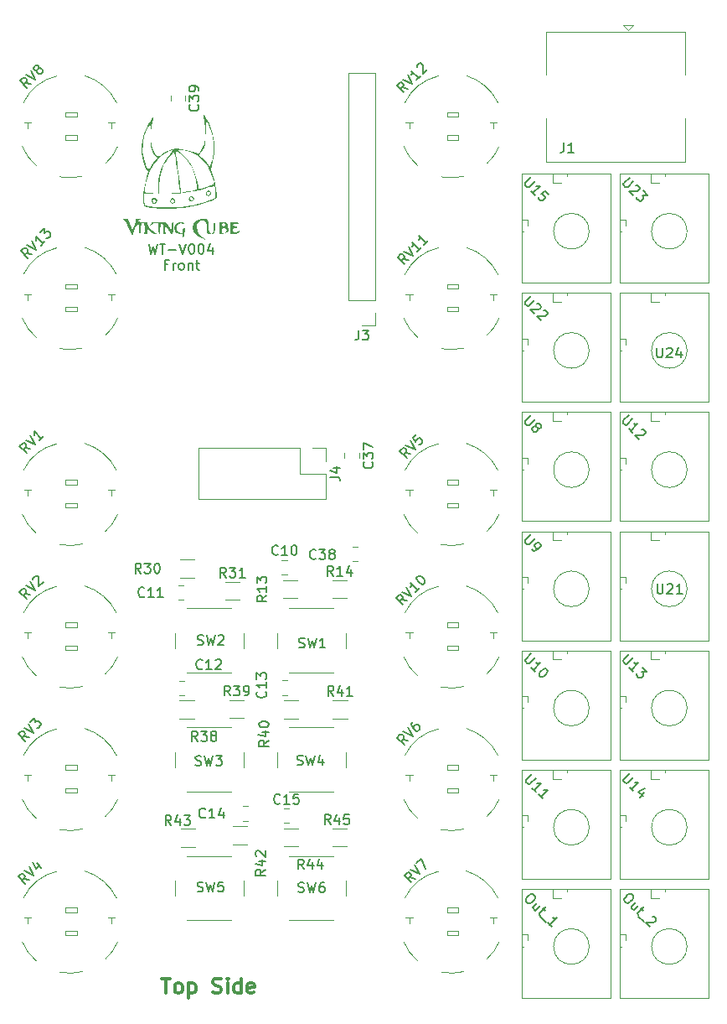
<source format=gbr>
%TF.GenerationSoftware,KiCad,Pcbnew,(6.0.6)*%
%TF.CreationDate,2022-11-26T14:50:16+01:00*%
%TF.ProjectId,wt,77742e6b-6963-4616-945f-706362585858,rev?*%
%TF.SameCoordinates,Original*%
%TF.FileFunction,Legend,Top*%
%TF.FilePolarity,Positive*%
%FSLAX46Y46*%
G04 Gerber Fmt 4.6, Leading zero omitted, Abs format (unit mm)*
G04 Created by KiCad (PCBNEW (6.0.6)) date 2022-11-26 14:50:16*
%MOMM*%
%LPD*%
G01*
G04 APERTURE LIST*
%ADD10C,0.150000*%
%ADD11C,0.300000*%
%ADD12C,0.120000*%
G04 APERTURE END LIST*
D10*
X13884685Y-23082180D02*
X14122780Y-24082180D01*
X14313257Y-23367895D01*
X14503733Y-24082180D01*
X14741828Y-23082180D01*
X14979923Y-23082180D02*
X15551352Y-23082180D01*
X15265638Y-24082180D02*
X15265638Y-23082180D01*
X15884685Y-23701228D02*
X16646590Y-23701228D01*
X16979923Y-23082180D02*
X17313257Y-24082180D01*
X17646590Y-23082180D01*
X18170400Y-23082180D02*
X18265638Y-23082180D01*
X18360876Y-23129800D01*
X18408495Y-23177419D01*
X18456114Y-23272657D01*
X18503733Y-23463133D01*
X18503733Y-23701228D01*
X18456114Y-23891704D01*
X18408495Y-23986942D01*
X18360876Y-24034561D01*
X18265638Y-24082180D01*
X18170400Y-24082180D01*
X18075161Y-24034561D01*
X18027542Y-23986942D01*
X17979923Y-23891704D01*
X17932304Y-23701228D01*
X17932304Y-23463133D01*
X17979923Y-23272657D01*
X18027542Y-23177419D01*
X18075161Y-23129800D01*
X18170400Y-23082180D01*
X19122780Y-23082180D02*
X19218019Y-23082180D01*
X19313257Y-23129800D01*
X19360876Y-23177419D01*
X19408495Y-23272657D01*
X19456114Y-23463133D01*
X19456114Y-23701228D01*
X19408495Y-23891704D01*
X19360876Y-23986942D01*
X19313257Y-24034561D01*
X19218019Y-24082180D01*
X19122780Y-24082180D01*
X19027542Y-24034561D01*
X18979923Y-23986942D01*
X18932304Y-23891704D01*
X18884685Y-23701228D01*
X18884685Y-23463133D01*
X18932304Y-23272657D01*
X18979923Y-23177419D01*
X19027542Y-23129800D01*
X19122780Y-23082180D01*
X20313257Y-23415514D02*
X20313257Y-24082180D01*
X20075161Y-23034561D02*
X19837066Y-23748847D01*
X20456114Y-23748847D01*
X15813257Y-25168371D02*
X15479923Y-25168371D01*
X15479923Y-25692180D02*
X15479923Y-24692180D01*
X15956114Y-24692180D01*
X16337066Y-25692180D02*
X16337066Y-25025514D01*
X16337066Y-25215990D02*
X16384685Y-25120752D01*
X16432304Y-25073133D01*
X16527542Y-25025514D01*
X16622780Y-25025514D01*
X17098971Y-25692180D02*
X17003733Y-25644561D01*
X16956114Y-25596942D01*
X16908495Y-25501704D01*
X16908495Y-25215990D01*
X16956114Y-25120752D01*
X17003733Y-25073133D01*
X17098971Y-25025514D01*
X17241828Y-25025514D01*
X17337066Y-25073133D01*
X17384685Y-25120752D01*
X17432304Y-25215990D01*
X17432304Y-25501704D01*
X17384685Y-25596942D01*
X17337066Y-25644561D01*
X17241828Y-25692180D01*
X17098971Y-25692180D01*
X17860876Y-25025514D02*
X17860876Y-25692180D01*
X17860876Y-25120752D02*
X17908495Y-25073133D01*
X18003733Y-25025514D01*
X18146590Y-25025514D01*
X18241828Y-25073133D01*
X18289447Y-25168371D01*
X18289447Y-25692180D01*
X18622780Y-25025514D02*
X19003733Y-25025514D01*
X18765638Y-24692180D02*
X18765638Y-25549323D01*
X18813257Y-25644561D01*
X18908495Y-25692180D01*
X19003733Y-25692180D01*
D11*
X15214400Y-97222571D02*
X16071542Y-97222571D01*
X15642971Y-98722571D02*
X15642971Y-97222571D01*
X16785828Y-98722571D02*
X16642971Y-98651142D01*
X16571542Y-98579714D01*
X16500114Y-98436857D01*
X16500114Y-98008285D01*
X16571542Y-97865428D01*
X16642971Y-97794000D01*
X16785828Y-97722571D01*
X17000114Y-97722571D01*
X17142971Y-97794000D01*
X17214400Y-97865428D01*
X17285828Y-98008285D01*
X17285828Y-98436857D01*
X17214400Y-98579714D01*
X17142971Y-98651142D01*
X17000114Y-98722571D01*
X16785828Y-98722571D01*
X17928685Y-97722571D02*
X17928685Y-99222571D01*
X17928685Y-97794000D02*
X18071542Y-97722571D01*
X18357257Y-97722571D01*
X18500114Y-97794000D01*
X18571542Y-97865428D01*
X18642971Y-98008285D01*
X18642971Y-98436857D01*
X18571542Y-98579714D01*
X18500114Y-98651142D01*
X18357257Y-98722571D01*
X18071542Y-98722571D01*
X17928685Y-98651142D01*
X20357257Y-98651142D02*
X20571542Y-98722571D01*
X20928685Y-98722571D01*
X21071542Y-98651142D01*
X21142971Y-98579714D01*
X21214400Y-98436857D01*
X21214400Y-98294000D01*
X21142971Y-98151142D01*
X21071542Y-98079714D01*
X20928685Y-98008285D01*
X20642971Y-97936857D01*
X20500114Y-97865428D01*
X20428685Y-97794000D01*
X20357257Y-97651142D01*
X20357257Y-97508285D01*
X20428685Y-97365428D01*
X20500114Y-97294000D01*
X20642971Y-97222571D01*
X21000114Y-97222571D01*
X21214400Y-97294000D01*
X21857257Y-98722571D02*
X21857257Y-97722571D01*
X21857257Y-97222571D02*
X21785828Y-97294000D01*
X21857257Y-97365428D01*
X21928685Y-97294000D01*
X21857257Y-97222571D01*
X21857257Y-97365428D01*
X23214400Y-98722571D02*
X23214400Y-97222571D01*
X23214400Y-98651142D02*
X23071542Y-98722571D01*
X22785828Y-98722571D01*
X22642971Y-98651142D01*
X22571542Y-98579714D01*
X22500114Y-98436857D01*
X22500114Y-98008285D01*
X22571542Y-97865428D01*
X22642971Y-97794000D01*
X22785828Y-97722571D01*
X23071542Y-97722571D01*
X23214400Y-97794000D01*
X24500114Y-98651142D02*
X24357257Y-98722571D01*
X24071542Y-98722571D01*
X23928685Y-98651142D01*
X23857257Y-98508285D01*
X23857257Y-97936857D01*
X23928685Y-97794000D01*
X24071542Y-97722571D01*
X24357257Y-97722571D01*
X24500114Y-97794000D01*
X24571542Y-97936857D01*
X24571542Y-98079714D01*
X23857257Y-98222571D01*
D10*
%TO.C,RV13*%
X2076867Y-24115296D02*
X1504447Y-24014280D01*
X1672806Y-24519357D02*
X965699Y-23812250D01*
X1235073Y-23542876D01*
X1336088Y-23509204D01*
X1403432Y-23509204D01*
X1504447Y-23542876D01*
X1605462Y-23643891D01*
X1639134Y-23744906D01*
X1639134Y-23812250D01*
X1605462Y-23913265D01*
X1336088Y-24182639D01*
X1571790Y-23206158D02*
X2514599Y-23677563D01*
X2043195Y-22734754D01*
X3356393Y-22835769D02*
X2952332Y-23239830D01*
X3154363Y-23037800D02*
X2447256Y-22330693D01*
X2480928Y-22499051D01*
X2480928Y-22633738D01*
X2447256Y-22734754D01*
X2884989Y-21892960D02*
X3322722Y-21455227D01*
X3356393Y-21960303D01*
X3457409Y-21859288D01*
X3558424Y-21825616D01*
X3625767Y-21825616D01*
X3726783Y-21859288D01*
X3895141Y-22027647D01*
X3928813Y-22128662D01*
X3928813Y-22196006D01*
X3895141Y-22297021D01*
X3693111Y-22499051D01*
X3592096Y-22532723D01*
X3524752Y-22532723D01*
%TO.C,SW2*%
X18808866Y-63523761D02*
X18951723Y-63571380D01*
X19189819Y-63571380D01*
X19285057Y-63523761D01*
X19332676Y-63476142D01*
X19380295Y-63380904D01*
X19380295Y-63285666D01*
X19332676Y-63190428D01*
X19285057Y-63142809D01*
X19189819Y-63095190D01*
X18999342Y-63047571D01*
X18904104Y-62999952D01*
X18856485Y-62952333D01*
X18808866Y-62857095D01*
X18808866Y-62761857D01*
X18856485Y-62666619D01*
X18904104Y-62619000D01*
X18999342Y-62571380D01*
X19237438Y-62571380D01*
X19380295Y-62619000D01*
X19713628Y-62571380D02*
X19951723Y-63571380D01*
X20142200Y-62857095D01*
X20332676Y-63571380D01*
X20570771Y-62571380D01*
X20904104Y-62666619D02*
X20951723Y-62619000D01*
X21046961Y-62571380D01*
X21285057Y-62571380D01*
X21380295Y-62619000D01*
X21427914Y-62666619D01*
X21475533Y-62761857D01*
X21475533Y-62857095D01*
X21427914Y-62999952D01*
X20856485Y-63571380D01*
X21475533Y-63571380D01*
%TO.C,SW5*%
X18783466Y-88441161D02*
X18926323Y-88488780D01*
X19164419Y-88488780D01*
X19259657Y-88441161D01*
X19307276Y-88393542D01*
X19354895Y-88298304D01*
X19354895Y-88203066D01*
X19307276Y-88107828D01*
X19259657Y-88060209D01*
X19164419Y-88012590D01*
X18973942Y-87964971D01*
X18878704Y-87917352D01*
X18831085Y-87869733D01*
X18783466Y-87774495D01*
X18783466Y-87679257D01*
X18831085Y-87584019D01*
X18878704Y-87536400D01*
X18973942Y-87488780D01*
X19212038Y-87488780D01*
X19354895Y-87536400D01*
X19688228Y-87488780D02*
X19926323Y-88488780D01*
X20116800Y-87774495D01*
X20307276Y-88488780D01*
X20545371Y-87488780D01*
X21402514Y-87488780D02*
X20926323Y-87488780D01*
X20878704Y-87964971D01*
X20926323Y-87917352D01*
X21021561Y-87869733D01*
X21259657Y-87869733D01*
X21354895Y-87917352D01*
X21402514Y-87964971D01*
X21450133Y-88060209D01*
X21450133Y-88298304D01*
X21402514Y-88393542D01*
X21354895Y-88441161D01*
X21259657Y-88488780D01*
X21021561Y-88488780D01*
X20926323Y-88441161D01*
X20878704Y-88393542D01*
%TO.C,SW4*%
X28880722Y-75664961D02*
X29023579Y-75712580D01*
X29261675Y-75712580D01*
X29356913Y-75664961D01*
X29404532Y-75617342D01*
X29452151Y-75522104D01*
X29452151Y-75426866D01*
X29404532Y-75331628D01*
X29356913Y-75284009D01*
X29261675Y-75236390D01*
X29071198Y-75188771D01*
X28975960Y-75141152D01*
X28928341Y-75093533D01*
X28880722Y-74998295D01*
X28880722Y-74903057D01*
X28928341Y-74807819D01*
X28975960Y-74760200D01*
X29071198Y-74712580D01*
X29309294Y-74712580D01*
X29452151Y-74760200D01*
X29785484Y-74712580D02*
X30023579Y-75712580D01*
X30214056Y-74998295D01*
X30404532Y-75712580D01*
X30642627Y-74712580D01*
X31452151Y-75045914D02*
X31452151Y-75712580D01*
X31214056Y-74664961D02*
X30975960Y-75379247D01*
X31595008Y-75379247D01*
%TO.C,U12*%
X62402159Y-40342509D02*
X61829739Y-40914929D01*
X61796068Y-41015944D01*
X61796068Y-41083287D01*
X61829739Y-41184303D01*
X61964426Y-41318990D01*
X62065442Y-41352661D01*
X62132785Y-41352661D01*
X62233800Y-41318990D01*
X62806220Y-40746570D01*
X62806220Y-42160783D02*
X62402159Y-41756722D01*
X62604190Y-41958753D02*
X63311296Y-41251646D01*
X63142938Y-41285318D01*
X63008251Y-41285318D01*
X62907235Y-41251646D01*
X63715357Y-41790394D02*
X63782701Y-41790394D01*
X63883716Y-41824066D01*
X64052075Y-41992425D01*
X64085747Y-42093440D01*
X64085747Y-42160783D01*
X64052075Y-42261799D01*
X63984731Y-42329142D01*
X63850044Y-42396486D01*
X63041922Y-42396486D01*
X63479655Y-42834218D01*
%TO.C,R39*%
X22117142Y-68672380D02*
X21783809Y-68196190D01*
X21545714Y-68672380D02*
X21545714Y-67672380D01*
X21926666Y-67672380D01*
X22021904Y-67720000D01*
X22069523Y-67767619D01*
X22117142Y-67862857D01*
X22117142Y-68005714D01*
X22069523Y-68100952D01*
X22021904Y-68148571D01*
X21926666Y-68196190D01*
X21545714Y-68196190D01*
X22450476Y-67672380D02*
X23069523Y-67672380D01*
X22736190Y-68053333D01*
X22879047Y-68053333D01*
X22974285Y-68100952D01*
X23021904Y-68148571D01*
X23069523Y-68243809D01*
X23069523Y-68481904D01*
X23021904Y-68577142D01*
X22974285Y-68624761D01*
X22879047Y-68672380D01*
X22593333Y-68672380D01*
X22498095Y-68624761D01*
X22450476Y-68577142D01*
X23545714Y-68672380D02*
X23736190Y-68672380D01*
X23831428Y-68624761D01*
X23879047Y-68577142D01*
X23974285Y-68434285D01*
X24021904Y-68243809D01*
X24021904Y-67862857D01*
X23974285Y-67767619D01*
X23926666Y-67720000D01*
X23831428Y-67672380D01*
X23640952Y-67672380D01*
X23545714Y-67720000D01*
X23498095Y-67767619D01*
X23450476Y-67862857D01*
X23450476Y-68100952D01*
X23498095Y-68196190D01*
X23545714Y-68243809D01*
X23640952Y-68291428D01*
X23831428Y-68291428D01*
X23926666Y-68243809D01*
X23974285Y-68196190D01*
X24021904Y-68100952D01*
%TO.C,J3*%
X35093710Y-31782380D02*
X35093710Y-32496666D01*
X35046091Y-32639523D01*
X34950853Y-32734761D01*
X34807996Y-32782380D01*
X34712758Y-32782380D01*
X35474663Y-31782380D02*
X36093710Y-31782380D01*
X35760377Y-32163333D01*
X35903234Y-32163333D01*
X35998472Y-32210952D01*
X36046091Y-32258571D01*
X36093710Y-32353809D01*
X36093710Y-32591904D01*
X36046091Y-32687142D01*
X35998472Y-32734761D01*
X35903234Y-32782380D01*
X35617520Y-32782380D01*
X35522282Y-32734761D01*
X35474663Y-32687142D01*
%TO.C,R30*%
X13098542Y-56332380D02*
X12765209Y-55856190D01*
X12527114Y-56332380D02*
X12527114Y-55332380D01*
X12908066Y-55332380D01*
X13003304Y-55380000D01*
X13050923Y-55427619D01*
X13098542Y-55522857D01*
X13098542Y-55665714D01*
X13050923Y-55760952D01*
X13003304Y-55808571D01*
X12908066Y-55856190D01*
X12527114Y-55856190D01*
X13431876Y-55332380D02*
X14050923Y-55332380D01*
X13717590Y-55713333D01*
X13860447Y-55713333D01*
X13955685Y-55760952D01*
X14003304Y-55808571D01*
X14050923Y-55903809D01*
X14050923Y-56141904D01*
X14003304Y-56237142D01*
X13955685Y-56284761D01*
X13860447Y-56332380D01*
X13574733Y-56332380D01*
X13479495Y-56284761D01*
X13431876Y-56237142D01*
X14669971Y-55332380D02*
X14765209Y-55332380D01*
X14860447Y-55380000D01*
X14908066Y-55427619D01*
X14955685Y-55522857D01*
X15003304Y-55713333D01*
X15003304Y-55951428D01*
X14955685Y-56141904D01*
X14908066Y-56237142D01*
X14860447Y-56284761D01*
X14765209Y-56332380D01*
X14669971Y-56332380D01*
X14574733Y-56284761D01*
X14527114Y-56237142D01*
X14479495Y-56141904D01*
X14431876Y-55951428D01*
X14431876Y-55713333D01*
X14479495Y-55522857D01*
X14527114Y-55427619D01*
X14574733Y-55380000D01*
X14669971Y-55332380D01*
%TO.C,SW3*%
X18605666Y-75690361D02*
X18748523Y-75737980D01*
X18986619Y-75737980D01*
X19081857Y-75690361D01*
X19129476Y-75642742D01*
X19177095Y-75547504D01*
X19177095Y-75452266D01*
X19129476Y-75357028D01*
X19081857Y-75309409D01*
X18986619Y-75261790D01*
X18796142Y-75214171D01*
X18700904Y-75166552D01*
X18653285Y-75118933D01*
X18605666Y-75023695D01*
X18605666Y-74928457D01*
X18653285Y-74833219D01*
X18700904Y-74785600D01*
X18796142Y-74737980D01*
X19034238Y-74737980D01*
X19177095Y-74785600D01*
X19510428Y-74737980D02*
X19748523Y-75737980D01*
X19939000Y-75023695D01*
X20129476Y-75737980D01*
X20367571Y-74737980D01*
X20653285Y-74737980D02*
X21272333Y-74737980D01*
X20939000Y-75118933D01*
X21081857Y-75118933D01*
X21177095Y-75166552D01*
X21224714Y-75214171D01*
X21272333Y-75309409D01*
X21272333Y-75547504D01*
X21224714Y-75642742D01*
X21177095Y-75690361D01*
X21081857Y-75737980D01*
X20796142Y-75737980D01*
X20700904Y-75690361D01*
X20653285Y-75642742D01*
%TO.C,RV5*%
X40361184Y-44301778D02*
X39788764Y-44200763D01*
X39957123Y-44705839D02*
X39250016Y-43998732D01*
X39519390Y-43729358D01*
X39620406Y-43695687D01*
X39687749Y-43695687D01*
X39788764Y-43729358D01*
X39889780Y-43830374D01*
X39923451Y-43931389D01*
X39923451Y-43998732D01*
X39889780Y-44099748D01*
X39620406Y-44369122D01*
X39856108Y-43392641D02*
X40798917Y-43864045D01*
X40327512Y-42921236D01*
X40899932Y-42348816D02*
X40563215Y-42685534D01*
X40866261Y-43055923D01*
X40866261Y-42988580D01*
X40899932Y-42887564D01*
X41068291Y-42719206D01*
X41169306Y-42685534D01*
X41236650Y-42685534D01*
X41337665Y-42719206D01*
X41506024Y-42887564D01*
X41539696Y-42988580D01*
X41539696Y-43055923D01*
X41506024Y-43156938D01*
X41337665Y-43325297D01*
X41236650Y-43358969D01*
X41169306Y-43358969D01*
%TO.C,J4*%
X32209424Y-46603333D02*
X32923710Y-46603333D01*
X33066567Y-46650952D01*
X33161805Y-46746190D01*
X33209424Y-46889047D01*
X33209424Y-46984285D01*
X32542758Y-45698571D02*
X33209424Y-45698571D01*
X32161805Y-45936666D02*
X32876091Y-46174761D01*
X32876091Y-45555714D01*
%TO.C,J1*%
X55851466Y-12838180D02*
X55851466Y-13552466D01*
X55803847Y-13695323D01*
X55708609Y-13790561D01*
X55565752Y-13838180D01*
X55470514Y-13838180D01*
X56851466Y-13838180D02*
X56280038Y-13838180D01*
X56565752Y-13838180D02*
X56565752Y-12838180D01*
X56470514Y-12981038D01*
X56375276Y-13076276D01*
X56280038Y-13123895D01*
%TO.C,R40*%
X26004780Y-73210657D02*
X25528590Y-73543990D01*
X26004780Y-73782085D02*
X25004780Y-73782085D01*
X25004780Y-73401133D01*
X25052400Y-73305895D01*
X25100019Y-73258276D01*
X25195257Y-73210657D01*
X25338114Y-73210657D01*
X25433352Y-73258276D01*
X25480971Y-73305895D01*
X25528590Y-73401133D01*
X25528590Y-73782085D01*
X25338114Y-72353514D02*
X26004780Y-72353514D01*
X24957161Y-72591609D02*
X25671447Y-72829704D01*
X25671447Y-72210657D01*
X25004780Y-71639228D02*
X25004780Y-71543990D01*
X25052400Y-71448752D01*
X25100019Y-71401133D01*
X25195257Y-71353514D01*
X25385733Y-71305895D01*
X25623828Y-71305895D01*
X25814304Y-71353514D01*
X25909542Y-71401133D01*
X25957161Y-71448752D01*
X26004780Y-71543990D01*
X26004780Y-71639228D01*
X25957161Y-71734466D01*
X25909542Y-71782085D01*
X25814304Y-71829704D01*
X25623828Y-71877323D01*
X25385733Y-71877323D01*
X25195257Y-71829704D01*
X25100019Y-71782085D01*
X25052400Y-71734466D01*
X25004780Y-71639228D01*
%TO.C,U8*%
X52528077Y-40374426D02*
X51955657Y-40946846D01*
X51921985Y-41047861D01*
X51921985Y-41115205D01*
X51955657Y-41216220D01*
X52090344Y-41350907D01*
X52191359Y-41384579D01*
X52258703Y-41384579D01*
X52359718Y-41350907D01*
X52932138Y-40778487D01*
X53066825Y-41519266D02*
X53033153Y-41418251D01*
X53033153Y-41350907D01*
X53066825Y-41249892D01*
X53100496Y-41216220D01*
X53201512Y-41182548D01*
X53268855Y-41182548D01*
X53369870Y-41216220D01*
X53504557Y-41350907D01*
X53538229Y-41451922D01*
X53538229Y-41519266D01*
X53504557Y-41620281D01*
X53470886Y-41653953D01*
X53369870Y-41687625D01*
X53302527Y-41687625D01*
X53201512Y-41653953D01*
X53066825Y-41519266D01*
X52965809Y-41485594D01*
X52898466Y-41485594D01*
X52797451Y-41519266D01*
X52662764Y-41653953D01*
X52629092Y-41754968D01*
X52629092Y-41822312D01*
X52662764Y-41923327D01*
X52797451Y-42058014D01*
X52898466Y-42091686D01*
X52965809Y-42091686D01*
X53066825Y-42058014D01*
X53201512Y-41923327D01*
X53235183Y-41822312D01*
X53235183Y-41754968D01*
X53201512Y-41653953D01*
%TO.C,C11*%
X13428742Y-58650142D02*
X13381123Y-58697761D01*
X13238266Y-58745380D01*
X13143028Y-58745380D01*
X13000171Y-58697761D01*
X12904933Y-58602523D01*
X12857314Y-58507285D01*
X12809695Y-58316809D01*
X12809695Y-58173952D01*
X12857314Y-57983476D01*
X12904933Y-57888238D01*
X13000171Y-57793000D01*
X13143028Y-57745380D01*
X13238266Y-57745380D01*
X13381123Y-57793000D01*
X13428742Y-57840619D01*
X14381123Y-58745380D02*
X13809695Y-58745380D01*
X14095409Y-58745380D02*
X14095409Y-57745380D01*
X14000171Y-57888238D01*
X13904933Y-57983476D01*
X13809695Y-58031095D01*
X15333504Y-58745380D02*
X14762076Y-58745380D01*
X15047790Y-58745380D02*
X15047790Y-57745380D01*
X14952552Y-57888238D01*
X14857314Y-57983476D01*
X14762076Y-58031095D01*
%TO.C,U13*%
X62452959Y-64472509D02*
X61880539Y-65044929D01*
X61846868Y-65145944D01*
X61846868Y-65213287D01*
X61880539Y-65314303D01*
X62015226Y-65448990D01*
X62116242Y-65482661D01*
X62183585Y-65482661D01*
X62284600Y-65448990D01*
X62857020Y-64876570D01*
X62857020Y-66290783D02*
X62452959Y-65886722D01*
X62654990Y-66088753D02*
X63362096Y-65381646D01*
X63193738Y-65415318D01*
X63059051Y-65415318D01*
X62958035Y-65381646D01*
X63799829Y-65819379D02*
X64237562Y-66257112D01*
X63732486Y-66290783D01*
X63833501Y-66391799D01*
X63867173Y-66492814D01*
X63867173Y-66560157D01*
X63833501Y-66661173D01*
X63665142Y-66829531D01*
X63564127Y-66863203D01*
X63496783Y-66863203D01*
X63395768Y-66829531D01*
X63193738Y-66627501D01*
X63160066Y-66526486D01*
X63160066Y-66459142D01*
%TO.C,RV1*%
X1930984Y-43793778D02*
X1358564Y-43692763D01*
X1526923Y-44197839D02*
X819816Y-43490732D01*
X1089190Y-43221358D01*
X1190206Y-43187687D01*
X1257549Y-43187687D01*
X1358564Y-43221358D01*
X1459580Y-43322374D01*
X1493251Y-43423389D01*
X1493251Y-43490732D01*
X1459580Y-43591748D01*
X1190206Y-43861122D01*
X1425908Y-42884641D02*
X2368717Y-43356045D01*
X1897312Y-42413236D01*
X3210511Y-42514251D02*
X2806450Y-42918312D01*
X3008480Y-42716282D02*
X2301374Y-42009175D01*
X2335045Y-42177534D01*
X2335045Y-42312221D01*
X2301374Y-42413236D01*
%TO.C,R45*%
X32250142Y-81681580D02*
X31916809Y-81205390D01*
X31678714Y-81681580D02*
X31678714Y-80681580D01*
X32059666Y-80681580D01*
X32154904Y-80729200D01*
X32202523Y-80776819D01*
X32250142Y-80872057D01*
X32250142Y-81014914D01*
X32202523Y-81110152D01*
X32154904Y-81157771D01*
X32059666Y-81205390D01*
X31678714Y-81205390D01*
X33107285Y-81014914D02*
X33107285Y-81681580D01*
X32869190Y-80633961D02*
X32631095Y-81348247D01*
X33250142Y-81348247D01*
X34107285Y-80681580D02*
X33631095Y-80681580D01*
X33583476Y-81157771D01*
X33631095Y-81110152D01*
X33726333Y-81062533D01*
X33964428Y-81062533D01*
X34059666Y-81110152D01*
X34107285Y-81157771D01*
X34154904Y-81253009D01*
X34154904Y-81491104D01*
X34107285Y-81586342D01*
X34059666Y-81633961D01*
X33964428Y-81681580D01*
X33726333Y-81681580D01*
X33631095Y-81633961D01*
X33583476Y-81586342D01*
%TO.C,C10*%
X26947142Y-54407142D02*
X26899523Y-54454761D01*
X26756666Y-54502380D01*
X26661428Y-54502380D01*
X26518571Y-54454761D01*
X26423333Y-54359523D01*
X26375714Y-54264285D01*
X26328095Y-54073809D01*
X26328095Y-53930952D01*
X26375714Y-53740476D01*
X26423333Y-53645238D01*
X26518571Y-53550000D01*
X26661428Y-53502380D01*
X26756666Y-53502380D01*
X26899523Y-53550000D01*
X26947142Y-53597619D01*
X27899523Y-54502380D02*
X27328095Y-54502380D01*
X27613809Y-54502380D02*
X27613809Y-53502380D01*
X27518571Y-53645238D01*
X27423333Y-53740476D01*
X27328095Y-53788095D01*
X28518571Y-53502380D02*
X28613809Y-53502380D01*
X28709047Y-53550000D01*
X28756666Y-53597619D01*
X28804285Y-53692857D01*
X28851904Y-53883333D01*
X28851904Y-54121428D01*
X28804285Y-54311904D01*
X28756666Y-54407142D01*
X28709047Y-54454761D01*
X28613809Y-54502380D01*
X28518571Y-54502380D01*
X28423333Y-54454761D01*
X28375714Y-54407142D01*
X28328095Y-54311904D01*
X28280476Y-54121428D01*
X28280476Y-53883333D01*
X28328095Y-53692857D01*
X28375714Y-53597619D01*
X28423333Y-53550000D01*
X28518571Y-53502380D01*
%TO.C,RV10*%
X39973667Y-59116496D02*
X39401247Y-59015480D01*
X39569606Y-59520557D02*
X38862499Y-58813450D01*
X39131873Y-58544076D01*
X39232888Y-58510404D01*
X39300232Y-58510404D01*
X39401247Y-58544076D01*
X39502262Y-58645091D01*
X39535934Y-58746106D01*
X39535934Y-58813450D01*
X39502262Y-58914465D01*
X39232888Y-59183839D01*
X39468590Y-58207358D02*
X40411400Y-58678763D01*
X39939995Y-57735954D01*
X41253193Y-57836969D02*
X40849132Y-58241030D01*
X41051163Y-58039000D02*
X40344056Y-57331893D01*
X40377728Y-57500251D01*
X40377728Y-57634938D01*
X40344056Y-57735954D01*
X40983819Y-56692129D02*
X41051163Y-56624786D01*
X41152178Y-56591114D01*
X41219522Y-56591114D01*
X41320537Y-56624786D01*
X41488896Y-56725801D01*
X41657254Y-56894160D01*
X41758270Y-57062519D01*
X41791941Y-57163534D01*
X41791941Y-57230877D01*
X41758270Y-57331893D01*
X41690926Y-57399236D01*
X41589911Y-57432908D01*
X41522567Y-57432908D01*
X41421552Y-57399236D01*
X41253193Y-57298221D01*
X41084835Y-57129862D01*
X40983819Y-56961503D01*
X40950148Y-56860488D01*
X40950148Y-56793145D01*
X40983819Y-56692129D01*
%TO.C,U22*%
X52496159Y-28328309D02*
X51923739Y-28900729D01*
X51890068Y-29001744D01*
X51890068Y-29069087D01*
X51923739Y-29170103D01*
X52058426Y-29304790D01*
X52159442Y-29338461D01*
X52226785Y-29338461D01*
X52327800Y-29304790D01*
X52900220Y-28732370D01*
X53135922Y-29102759D02*
X53203266Y-29102759D01*
X53304281Y-29136431D01*
X53472640Y-29304790D01*
X53506312Y-29405805D01*
X53506312Y-29473148D01*
X53472640Y-29574164D01*
X53405296Y-29641507D01*
X53270609Y-29708851D01*
X52462487Y-29708851D01*
X52900220Y-30146583D01*
X53809357Y-29776194D02*
X53876701Y-29776194D01*
X53977716Y-29809866D01*
X54146075Y-29978225D01*
X54179747Y-30079240D01*
X54179747Y-30146583D01*
X54146075Y-30247599D01*
X54078731Y-30314942D01*
X53944044Y-30382286D01*
X53135922Y-30382286D01*
X53573655Y-30820018D01*
%TO.C,C37*%
X36454142Y-45092857D02*
X36501761Y-45140476D01*
X36549380Y-45283333D01*
X36549380Y-45378571D01*
X36501761Y-45521428D01*
X36406523Y-45616666D01*
X36311285Y-45664285D01*
X36120809Y-45711904D01*
X35977952Y-45711904D01*
X35787476Y-45664285D01*
X35692238Y-45616666D01*
X35597000Y-45521428D01*
X35549380Y-45378571D01*
X35549380Y-45283333D01*
X35597000Y-45140476D01*
X35644619Y-45092857D01*
X35549380Y-44759523D02*
X35549380Y-44140476D01*
X35930333Y-44473809D01*
X35930333Y-44330952D01*
X35977952Y-44235714D01*
X36025571Y-44188095D01*
X36120809Y-44140476D01*
X36358904Y-44140476D01*
X36454142Y-44188095D01*
X36501761Y-44235714D01*
X36549380Y-44330952D01*
X36549380Y-44616666D01*
X36501761Y-44711904D01*
X36454142Y-44759523D01*
X35549380Y-43807142D02*
X35549380Y-43140476D01*
X36549380Y-43569047D01*
%TO.C,RV7*%
X40818384Y-87151578D02*
X40245964Y-87050563D01*
X40414323Y-87555639D02*
X39707216Y-86848532D01*
X39976590Y-86579158D01*
X40077606Y-86545487D01*
X40144949Y-86545487D01*
X40245964Y-86579158D01*
X40346980Y-86680174D01*
X40380651Y-86781189D01*
X40380651Y-86848532D01*
X40346980Y-86949548D01*
X40077606Y-87218922D01*
X40313308Y-86242441D02*
X41256117Y-86713845D01*
X40784712Y-85771036D01*
X40953071Y-85602677D02*
X41424476Y-85131273D01*
X41828537Y-86141425D01*
%TO.C,R14*%
X32537142Y-56582380D02*
X32203809Y-56106190D01*
X31965714Y-56582380D02*
X31965714Y-55582380D01*
X32346666Y-55582380D01*
X32441904Y-55630000D01*
X32489523Y-55677619D01*
X32537142Y-55772857D01*
X32537142Y-55915714D01*
X32489523Y-56010952D01*
X32441904Y-56058571D01*
X32346666Y-56106190D01*
X31965714Y-56106190D01*
X33489523Y-56582380D02*
X32918095Y-56582380D01*
X33203809Y-56582380D02*
X33203809Y-55582380D01*
X33108571Y-55725238D01*
X33013333Y-55820476D01*
X32918095Y-55868095D01*
X34346666Y-55915714D02*
X34346666Y-56582380D01*
X34108571Y-55534761D02*
X33870476Y-56249047D01*
X34489523Y-56249047D01*
%TO.C,C13*%
X25680942Y-68283057D02*
X25728561Y-68330676D01*
X25776180Y-68473533D01*
X25776180Y-68568771D01*
X25728561Y-68711628D01*
X25633323Y-68806866D01*
X25538085Y-68854485D01*
X25347609Y-68902104D01*
X25204752Y-68902104D01*
X25014276Y-68854485D01*
X24919038Y-68806866D01*
X24823800Y-68711628D01*
X24776180Y-68568771D01*
X24776180Y-68473533D01*
X24823800Y-68330676D01*
X24871419Y-68283057D01*
X25776180Y-67330676D02*
X25776180Y-67902104D01*
X25776180Y-67616390D02*
X24776180Y-67616390D01*
X24919038Y-67711628D01*
X25014276Y-67806866D01*
X25061895Y-67902104D01*
X24776180Y-66997342D02*
X24776180Y-66378295D01*
X25157133Y-66711628D01*
X25157133Y-66568771D01*
X25204752Y-66473533D01*
X25252371Y-66425914D01*
X25347609Y-66378295D01*
X25585704Y-66378295D01*
X25680942Y-66425914D01*
X25728561Y-66473533D01*
X25776180Y-66568771D01*
X25776180Y-66854485D01*
X25728561Y-66949723D01*
X25680942Y-66997342D01*
%TO.C,R38*%
X18813542Y-73274180D02*
X18480209Y-72797990D01*
X18242114Y-73274180D02*
X18242114Y-72274180D01*
X18623066Y-72274180D01*
X18718304Y-72321800D01*
X18765923Y-72369419D01*
X18813542Y-72464657D01*
X18813542Y-72607514D01*
X18765923Y-72702752D01*
X18718304Y-72750371D01*
X18623066Y-72797990D01*
X18242114Y-72797990D01*
X19146876Y-72274180D02*
X19765923Y-72274180D01*
X19432590Y-72655133D01*
X19575447Y-72655133D01*
X19670685Y-72702752D01*
X19718304Y-72750371D01*
X19765923Y-72845609D01*
X19765923Y-73083704D01*
X19718304Y-73178942D01*
X19670685Y-73226561D01*
X19575447Y-73274180D01*
X19289733Y-73274180D01*
X19194495Y-73226561D01*
X19146876Y-73178942D01*
X20337352Y-72702752D02*
X20242114Y-72655133D01*
X20194495Y-72607514D01*
X20146876Y-72512276D01*
X20146876Y-72464657D01*
X20194495Y-72369419D01*
X20242114Y-72321800D01*
X20337352Y-72274180D01*
X20527828Y-72274180D01*
X20623066Y-72321800D01*
X20670685Y-72369419D01*
X20718304Y-72464657D01*
X20718304Y-72512276D01*
X20670685Y-72607514D01*
X20623066Y-72655133D01*
X20527828Y-72702752D01*
X20337352Y-72702752D01*
X20242114Y-72750371D01*
X20194495Y-72797990D01*
X20146876Y-72893228D01*
X20146876Y-73083704D01*
X20194495Y-73178942D01*
X20242114Y-73226561D01*
X20337352Y-73274180D01*
X20527828Y-73274180D01*
X20623066Y-73226561D01*
X20670685Y-73178942D01*
X20718304Y-73083704D01*
X20718304Y-72893228D01*
X20670685Y-72797990D01*
X20623066Y-72750371D01*
X20527828Y-72702752D01*
%TO.C,RV2*%
X1930984Y-58500378D02*
X1358564Y-58399363D01*
X1526923Y-58904439D02*
X819816Y-58197332D01*
X1089190Y-57927958D01*
X1190206Y-57894287D01*
X1257549Y-57894287D01*
X1358564Y-57927958D01*
X1459580Y-58028974D01*
X1493251Y-58129989D01*
X1493251Y-58197332D01*
X1459580Y-58298348D01*
X1190206Y-58567722D01*
X1425908Y-57591241D02*
X2368717Y-58062645D01*
X1897312Y-57119836D01*
X2166687Y-56985149D02*
X2166687Y-56917806D01*
X2200358Y-56816790D01*
X2368717Y-56648432D01*
X2469732Y-56614760D01*
X2537076Y-56614760D01*
X2638091Y-56648432D01*
X2705435Y-56715775D01*
X2772778Y-56850462D01*
X2772778Y-57658584D01*
X3210511Y-57220851D01*
%TO.C,Out_2*%
X62691877Y-88739827D02*
X62826564Y-88874514D01*
X62860236Y-88975529D01*
X62860236Y-89110216D01*
X62759221Y-89278575D01*
X62523519Y-89514277D01*
X62355160Y-89615293D01*
X62220473Y-89615293D01*
X62119458Y-89581621D01*
X61984771Y-89446934D01*
X61951099Y-89345919D01*
X61951099Y-89211232D01*
X62052114Y-89042873D01*
X62287816Y-88807171D01*
X62456175Y-88706155D01*
X62590862Y-88706155D01*
X62691877Y-88739827D01*
X63365312Y-89884667D02*
X62893908Y-90356071D01*
X63062267Y-89581621D02*
X62691877Y-89952010D01*
X62658206Y-90053025D01*
X62691877Y-90154041D01*
X62792893Y-90255056D01*
X62893908Y-90288728D01*
X62961251Y-90288728D01*
X63601015Y-90120369D02*
X63870389Y-90389743D01*
X63937732Y-89985682D02*
X63331641Y-90591774D01*
X63297969Y-90692789D01*
X63331641Y-90793804D01*
X63398984Y-90861148D01*
X63398984Y-90995835D02*
X63937732Y-91534583D01*
X64779526Y-90962163D02*
X64846870Y-90962163D01*
X64947885Y-90995835D01*
X65116244Y-91164193D01*
X65149915Y-91265209D01*
X65149915Y-91332552D01*
X65116244Y-91433567D01*
X65048900Y-91500911D01*
X64914213Y-91568254D01*
X64106091Y-91568254D01*
X64543824Y-92005987D01*
%TO.C,Out_1*%
X52760477Y-88765227D02*
X52895164Y-88899914D01*
X52928836Y-89000929D01*
X52928836Y-89135616D01*
X52827821Y-89303975D01*
X52592119Y-89539677D01*
X52423760Y-89640693D01*
X52289073Y-89640693D01*
X52188058Y-89607021D01*
X52053371Y-89472334D01*
X52019699Y-89371319D01*
X52019699Y-89236632D01*
X52120714Y-89068273D01*
X52356416Y-88832571D01*
X52524775Y-88731555D01*
X52659462Y-88731555D01*
X52760477Y-88765227D01*
X53433912Y-89910067D02*
X52962508Y-90381471D01*
X53130867Y-89607021D02*
X52760477Y-89977410D01*
X52726806Y-90078425D01*
X52760477Y-90179441D01*
X52861493Y-90280456D01*
X52962508Y-90314128D01*
X53029851Y-90314128D01*
X53669615Y-90145769D02*
X53938989Y-90415143D01*
X54006332Y-90011082D02*
X53400241Y-90617174D01*
X53366569Y-90718189D01*
X53400241Y-90819204D01*
X53467584Y-90886548D01*
X53467584Y-91021235D02*
X54006332Y-91559983D01*
X54612424Y-92031387D02*
X54208363Y-91627326D01*
X54410393Y-91829357D02*
X55117500Y-91122250D01*
X54949141Y-91155922D01*
X54814454Y-91155922D01*
X54713439Y-91122250D01*
%TO.C,RV11*%
X40151467Y-24724896D02*
X39579047Y-24623880D01*
X39747406Y-25128957D02*
X39040299Y-24421850D01*
X39309673Y-24152476D01*
X39410688Y-24118804D01*
X39478032Y-24118804D01*
X39579047Y-24152476D01*
X39680062Y-24253491D01*
X39713734Y-24354506D01*
X39713734Y-24421850D01*
X39680062Y-24522865D01*
X39410688Y-24792239D01*
X39646390Y-23815758D02*
X40589200Y-24287163D01*
X40117795Y-23344354D01*
X41430993Y-23445369D02*
X41026932Y-23849430D01*
X41228963Y-23647399D02*
X40521856Y-22940293D01*
X40555528Y-23108651D01*
X40555528Y-23243338D01*
X40521856Y-23344354D01*
X42104428Y-22771934D02*
X41700367Y-23175995D01*
X41902398Y-22973964D02*
X41195291Y-22266858D01*
X41228963Y-22435216D01*
X41228963Y-22569903D01*
X41195291Y-22670919D01*
%TO.C,C15*%
X27144742Y-79528942D02*
X27097123Y-79576561D01*
X26954266Y-79624180D01*
X26859028Y-79624180D01*
X26716171Y-79576561D01*
X26620933Y-79481323D01*
X26573314Y-79386085D01*
X26525695Y-79195609D01*
X26525695Y-79052752D01*
X26573314Y-78862276D01*
X26620933Y-78767038D01*
X26716171Y-78671800D01*
X26859028Y-78624180D01*
X26954266Y-78624180D01*
X27097123Y-78671800D01*
X27144742Y-78719419D01*
X28097123Y-79624180D02*
X27525695Y-79624180D01*
X27811409Y-79624180D02*
X27811409Y-78624180D01*
X27716171Y-78767038D01*
X27620933Y-78862276D01*
X27525695Y-78909895D01*
X29001885Y-78624180D02*
X28525695Y-78624180D01*
X28478076Y-79100371D01*
X28525695Y-79052752D01*
X28620933Y-79005133D01*
X28859028Y-79005133D01*
X28954266Y-79052752D01*
X29001885Y-79100371D01*
X29049504Y-79195609D01*
X29049504Y-79433704D01*
X29001885Y-79528942D01*
X28954266Y-79576561D01*
X28859028Y-79624180D01*
X28620933Y-79624180D01*
X28525695Y-79576561D01*
X28478076Y-79528942D01*
%TO.C,RV8*%
X1981784Y-6912978D02*
X1409364Y-6811963D01*
X1577723Y-7317039D02*
X870616Y-6609932D01*
X1139990Y-6340558D01*
X1241006Y-6306887D01*
X1308349Y-6306887D01*
X1409364Y-6340558D01*
X1510380Y-6441574D01*
X1544051Y-6542589D01*
X1544051Y-6609932D01*
X1510380Y-6710948D01*
X1241006Y-6980322D01*
X1476708Y-6003841D02*
X2419517Y-6475245D01*
X1948112Y-5532436D01*
X2587876Y-5498764D02*
X2486861Y-5532436D01*
X2419517Y-5532436D01*
X2318502Y-5498764D01*
X2284830Y-5465093D01*
X2251158Y-5364077D01*
X2251158Y-5296734D01*
X2284830Y-5195719D01*
X2419517Y-5061032D01*
X2520532Y-5027360D01*
X2587876Y-5027360D01*
X2688891Y-5061032D01*
X2722563Y-5094703D01*
X2756235Y-5195719D01*
X2756235Y-5263062D01*
X2722563Y-5364077D01*
X2587876Y-5498764D01*
X2554204Y-5599780D01*
X2554204Y-5667123D01*
X2587876Y-5768138D01*
X2722563Y-5902825D01*
X2823578Y-5936497D01*
X2890922Y-5936497D01*
X2991937Y-5902825D01*
X3126624Y-5768138D01*
X3160296Y-5667123D01*
X3160296Y-5599780D01*
X3126624Y-5498764D01*
X2991937Y-5364077D01*
X2890922Y-5330406D01*
X2823578Y-5330406D01*
X2722563Y-5364077D01*
%TO.C,SW6*%
X29007722Y-88491961D02*
X29150579Y-88539580D01*
X29388675Y-88539580D01*
X29483913Y-88491961D01*
X29531532Y-88444342D01*
X29579151Y-88349104D01*
X29579151Y-88253866D01*
X29531532Y-88158628D01*
X29483913Y-88111009D01*
X29388675Y-88063390D01*
X29198198Y-88015771D01*
X29102960Y-87968152D01*
X29055341Y-87920533D01*
X29007722Y-87825295D01*
X29007722Y-87730057D01*
X29055341Y-87634819D01*
X29102960Y-87587200D01*
X29198198Y-87539580D01*
X29436294Y-87539580D01*
X29579151Y-87587200D01*
X29912484Y-87539580D02*
X30150579Y-88539580D01*
X30341056Y-87825295D01*
X30531532Y-88539580D01*
X30769627Y-87539580D01*
X31579151Y-87539580D02*
X31388675Y-87539580D01*
X31293436Y-87587200D01*
X31245817Y-87634819D01*
X31150579Y-87777676D01*
X31102960Y-87968152D01*
X31102960Y-88349104D01*
X31150579Y-88444342D01*
X31198198Y-88491961D01*
X31293436Y-88539580D01*
X31483913Y-88539580D01*
X31579151Y-88491961D01*
X31626770Y-88444342D01*
X31674389Y-88349104D01*
X31674389Y-88111009D01*
X31626770Y-88015771D01*
X31579151Y-87968152D01*
X31483913Y-87920533D01*
X31293436Y-87920533D01*
X31198198Y-87968152D01*
X31150579Y-88015771D01*
X31102960Y-88111009D01*
%TO.C,C14*%
X19600942Y-80951342D02*
X19553323Y-80998961D01*
X19410466Y-81046580D01*
X19315228Y-81046580D01*
X19172371Y-80998961D01*
X19077133Y-80903723D01*
X19029514Y-80808485D01*
X18981895Y-80618009D01*
X18981895Y-80475152D01*
X19029514Y-80284676D01*
X19077133Y-80189438D01*
X19172371Y-80094200D01*
X19315228Y-80046580D01*
X19410466Y-80046580D01*
X19553323Y-80094200D01*
X19600942Y-80141819D01*
X20553323Y-81046580D02*
X19981895Y-81046580D01*
X20267609Y-81046580D02*
X20267609Y-80046580D01*
X20172371Y-80189438D01*
X20077133Y-80284676D01*
X19981895Y-80332295D01*
X21410466Y-80379914D02*
X21410466Y-81046580D01*
X21172371Y-79998961D02*
X20934276Y-80713247D01*
X21553323Y-80713247D01*
%TO.C,RV12*%
X40075267Y-7402096D02*
X39502847Y-7301080D01*
X39671206Y-7806157D02*
X38964099Y-7099050D01*
X39233473Y-6829676D01*
X39334488Y-6796004D01*
X39401832Y-6796004D01*
X39502847Y-6829676D01*
X39603862Y-6930691D01*
X39637534Y-7031706D01*
X39637534Y-7099050D01*
X39603862Y-7200065D01*
X39334488Y-7469439D01*
X39570190Y-6492958D02*
X40513000Y-6964363D01*
X40041595Y-6021554D01*
X41354793Y-6122569D02*
X40950732Y-6526630D01*
X41152763Y-6324599D02*
X40445656Y-5617493D01*
X40479328Y-5785851D01*
X40479328Y-5920538D01*
X40445656Y-6021554D01*
X40984404Y-5213432D02*
X40984404Y-5146088D01*
X41018076Y-5045073D01*
X41186435Y-4876714D01*
X41287450Y-4843042D01*
X41354793Y-4843042D01*
X41455809Y-4876714D01*
X41523152Y-4944058D01*
X41590496Y-5078745D01*
X41590496Y-5886867D01*
X42028228Y-5449134D01*
%TO.C,RV6*%
X40107184Y-73232378D02*
X39534764Y-73131363D01*
X39703123Y-73636439D02*
X38996016Y-72929332D01*
X39265390Y-72659958D01*
X39366406Y-72626287D01*
X39433749Y-72626287D01*
X39534764Y-72659958D01*
X39635780Y-72760974D01*
X39669451Y-72861989D01*
X39669451Y-72929332D01*
X39635780Y-73030348D01*
X39366406Y-73299722D01*
X39602108Y-72323241D02*
X40544917Y-72794645D01*
X40073512Y-71851836D01*
X40612261Y-71313088D02*
X40477574Y-71447775D01*
X40443902Y-71548790D01*
X40443902Y-71616134D01*
X40477574Y-71784493D01*
X40578589Y-71952851D01*
X40847963Y-72222225D01*
X40948978Y-72255897D01*
X41016322Y-72255897D01*
X41117337Y-72222225D01*
X41252024Y-72087538D01*
X41285696Y-71986523D01*
X41285696Y-71919180D01*
X41252024Y-71818164D01*
X41083665Y-71649806D01*
X40982650Y-71616134D01*
X40915306Y-71616134D01*
X40814291Y-71649806D01*
X40679604Y-71784493D01*
X40645932Y-71885508D01*
X40645932Y-71952851D01*
X40679604Y-72053867D01*
%TO.C,U9*%
X52502677Y-52414026D02*
X51930257Y-52986446D01*
X51896585Y-53087461D01*
X51896585Y-53154805D01*
X51930257Y-53255820D01*
X52064944Y-53390507D01*
X52165959Y-53424179D01*
X52233303Y-53424179D01*
X52334318Y-53390507D01*
X52906738Y-52818087D01*
X52570020Y-53895583D02*
X52704707Y-54030270D01*
X52805722Y-54063942D01*
X52873066Y-54063942D01*
X53041425Y-54030270D01*
X53209783Y-53929255D01*
X53479157Y-53659881D01*
X53512829Y-53558866D01*
X53512829Y-53491522D01*
X53479157Y-53390507D01*
X53344470Y-53255820D01*
X53243455Y-53222148D01*
X53176112Y-53222148D01*
X53075096Y-53255820D01*
X52906738Y-53424179D01*
X52873066Y-53525194D01*
X52873066Y-53592538D01*
X52906738Y-53693553D01*
X53041425Y-53828240D01*
X53142440Y-53861912D01*
X53209783Y-53861912D01*
X53310799Y-53828240D01*
%TO.C,R13*%
X25801580Y-58580257D02*
X25325390Y-58913590D01*
X25801580Y-59151685D02*
X24801580Y-59151685D01*
X24801580Y-58770733D01*
X24849200Y-58675495D01*
X24896819Y-58627876D01*
X24992057Y-58580257D01*
X25134914Y-58580257D01*
X25230152Y-58627876D01*
X25277771Y-58675495D01*
X25325390Y-58770733D01*
X25325390Y-59151685D01*
X25801580Y-57627876D02*
X25801580Y-58199304D01*
X25801580Y-57913590D02*
X24801580Y-57913590D01*
X24944438Y-58008828D01*
X25039676Y-58104066D01*
X25087295Y-58199304D01*
X24801580Y-57294542D02*
X24801580Y-56675495D01*
X25182533Y-57008828D01*
X25182533Y-56865971D01*
X25230152Y-56770733D01*
X25277771Y-56723114D01*
X25373009Y-56675495D01*
X25611104Y-56675495D01*
X25706342Y-56723114D01*
X25753961Y-56770733D01*
X25801580Y-56865971D01*
X25801580Y-57151685D01*
X25753961Y-57246923D01*
X25706342Y-57294542D01*
%TO.C,R44*%
X29557742Y-86202780D02*
X29224409Y-85726590D01*
X28986314Y-86202780D02*
X28986314Y-85202780D01*
X29367266Y-85202780D01*
X29462504Y-85250400D01*
X29510123Y-85298019D01*
X29557742Y-85393257D01*
X29557742Y-85536114D01*
X29510123Y-85631352D01*
X29462504Y-85678971D01*
X29367266Y-85726590D01*
X28986314Y-85726590D01*
X30414885Y-85536114D02*
X30414885Y-86202780D01*
X30176790Y-85155161D02*
X29938695Y-85869447D01*
X30557742Y-85869447D01*
X31367266Y-85536114D02*
X31367266Y-86202780D01*
X31129171Y-85155161D02*
X30891076Y-85869447D01*
X31510123Y-85869447D01*
%TO.C,R31*%
X21707142Y-56752380D02*
X21373809Y-56276190D01*
X21135714Y-56752380D02*
X21135714Y-55752380D01*
X21516666Y-55752380D01*
X21611904Y-55800000D01*
X21659523Y-55847619D01*
X21707142Y-55942857D01*
X21707142Y-56085714D01*
X21659523Y-56180952D01*
X21611904Y-56228571D01*
X21516666Y-56276190D01*
X21135714Y-56276190D01*
X22040476Y-55752380D02*
X22659523Y-55752380D01*
X22326190Y-56133333D01*
X22469047Y-56133333D01*
X22564285Y-56180952D01*
X22611904Y-56228571D01*
X22659523Y-56323809D01*
X22659523Y-56561904D01*
X22611904Y-56657142D01*
X22564285Y-56704761D01*
X22469047Y-56752380D01*
X22183333Y-56752380D01*
X22088095Y-56704761D01*
X22040476Y-56657142D01*
X23611904Y-56752380D02*
X23040476Y-56752380D01*
X23326190Y-56752380D02*
X23326190Y-55752380D01*
X23230952Y-55895238D01*
X23135714Y-55990476D01*
X23040476Y-56038095D01*
%TO.C,RV4*%
X1803984Y-87278578D02*
X1231564Y-87177563D01*
X1399923Y-87682639D02*
X692816Y-86975532D01*
X962190Y-86706158D01*
X1063206Y-86672487D01*
X1130549Y-86672487D01*
X1231564Y-86706158D01*
X1332580Y-86807174D01*
X1366251Y-86908189D01*
X1366251Y-86975532D01*
X1332580Y-87076548D01*
X1063206Y-87345922D01*
X1298908Y-86369441D02*
X2241717Y-86840845D01*
X1770312Y-85898036D01*
X2544763Y-85594990D02*
X3016167Y-86066395D01*
X2107030Y-85493975D02*
X2443748Y-86167410D01*
X2881480Y-85729677D01*
%TO.C,U21*%
X65284504Y-57389780D02*
X65284504Y-58199304D01*
X65332123Y-58294542D01*
X65379742Y-58342161D01*
X65474980Y-58389780D01*
X65665457Y-58389780D01*
X65760695Y-58342161D01*
X65808314Y-58294542D01*
X65855933Y-58199304D01*
X65855933Y-57389780D01*
X66284504Y-57485019D02*
X66332123Y-57437400D01*
X66427361Y-57389780D01*
X66665457Y-57389780D01*
X66760695Y-57437400D01*
X66808314Y-57485019D01*
X66855933Y-57580257D01*
X66855933Y-57675495D01*
X66808314Y-57818352D01*
X66236885Y-58389780D01*
X66855933Y-58389780D01*
X67808314Y-58389780D02*
X67236885Y-58389780D01*
X67522600Y-58389780D02*
X67522600Y-57389780D01*
X67427361Y-57532638D01*
X67332123Y-57627876D01*
X67236885Y-57675495D01*
%TO.C,RV3*%
X1778584Y-72876778D02*
X1206164Y-72775763D01*
X1374523Y-73280839D02*
X667416Y-72573732D01*
X936790Y-72304358D01*
X1037806Y-72270687D01*
X1105149Y-72270687D01*
X1206164Y-72304358D01*
X1307180Y-72405374D01*
X1340851Y-72506389D01*
X1340851Y-72573732D01*
X1307180Y-72674748D01*
X1037806Y-72944122D01*
X1273508Y-71967641D02*
X2216317Y-72439045D01*
X1744912Y-71496236D01*
X1913271Y-71327877D02*
X2351004Y-70890145D01*
X2384676Y-71395221D01*
X2485691Y-71294206D01*
X2586706Y-71260534D01*
X2654050Y-71260534D01*
X2755065Y-71294206D01*
X2923424Y-71462564D01*
X2957096Y-71563580D01*
X2957096Y-71630923D01*
X2923424Y-71731938D01*
X2721393Y-71933969D01*
X2620378Y-71967641D01*
X2553035Y-71967641D01*
%TO.C,U10*%
X52546959Y-64447109D02*
X51974539Y-65019529D01*
X51940868Y-65120544D01*
X51940868Y-65187887D01*
X51974539Y-65288903D01*
X52109226Y-65423590D01*
X52210242Y-65457261D01*
X52277585Y-65457261D01*
X52378600Y-65423590D01*
X52951020Y-64851170D01*
X52951020Y-66265383D02*
X52546959Y-65861322D01*
X52748990Y-66063353D02*
X53456096Y-65356246D01*
X53287738Y-65389918D01*
X53153051Y-65389918D01*
X53052035Y-65356246D01*
X54095860Y-65996009D02*
X54163203Y-66063353D01*
X54196875Y-66164368D01*
X54196875Y-66231712D01*
X54163203Y-66332727D01*
X54062188Y-66501086D01*
X53893829Y-66669444D01*
X53725470Y-66770460D01*
X53624455Y-66804131D01*
X53557112Y-66804131D01*
X53456096Y-66770460D01*
X53388753Y-66703116D01*
X53355081Y-66602101D01*
X53355081Y-66534757D01*
X53388753Y-66433742D01*
X53489768Y-66265383D01*
X53658127Y-66097025D01*
X53826486Y-65996009D01*
X53927501Y-65962338D01*
X53994844Y-65962338D01*
X54095860Y-65996009D01*
%TO.C,R42*%
X25674580Y-86240857D02*
X25198390Y-86574190D01*
X25674580Y-86812285D02*
X24674580Y-86812285D01*
X24674580Y-86431333D01*
X24722200Y-86336095D01*
X24769819Y-86288476D01*
X24865057Y-86240857D01*
X25007914Y-86240857D01*
X25103152Y-86288476D01*
X25150771Y-86336095D01*
X25198390Y-86431333D01*
X25198390Y-86812285D01*
X25007914Y-85383714D02*
X25674580Y-85383714D01*
X24626961Y-85621809D02*
X25341247Y-85859904D01*
X25341247Y-85240857D01*
X24769819Y-84907523D02*
X24722200Y-84859904D01*
X24674580Y-84764666D01*
X24674580Y-84526571D01*
X24722200Y-84431333D01*
X24769819Y-84383714D01*
X24865057Y-84336095D01*
X24960295Y-84336095D01*
X25103152Y-84383714D01*
X25674580Y-84955142D01*
X25674580Y-84336095D01*
%TO.C,U24*%
X65233704Y-33564580D02*
X65233704Y-34374104D01*
X65281323Y-34469342D01*
X65328942Y-34516961D01*
X65424180Y-34564580D01*
X65614657Y-34564580D01*
X65709895Y-34516961D01*
X65757514Y-34469342D01*
X65805133Y-34374104D01*
X65805133Y-33564580D01*
X66233704Y-33659819D02*
X66281323Y-33612200D01*
X66376561Y-33564580D01*
X66614657Y-33564580D01*
X66709895Y-33612200D01*
X66757514Y-33659819D01*
X66805133Y-33755057D01*
X66805133Y-33850295D01*
X66757514Y-33993152D01*
X66186085Y-34564580D01*
X66805133Y-34564580D01*
X67662276Y-33897914D02*
X67662276Y-34564580D01*
X67424180Y-33516961D02*
X67186085Y-34231247D01*
X67805133Y-34231247D01*
%TO.C,U14*%
X62478359Y-76512109D02*
X61905939Y-77084529D01*
X61872268Y-77185544D01*
X61872268Y-77252887D01*
X61905939Y-77353903D01*
X62040626Y-77488590D01*
X62141642Y-77522261D01*
X62208985Y-77522261D01*
X62310000Y-77488590D01*
X62882420Y-76916170D01*
X62882420Y-78330383D02*
X62478359Y-77926322D01*
X62680390Y-78128353D02*
X63387496Y-77421246D01*
X63219138Y-77454918D01*
X63084451Y-77454918D01*
X62983435Y-77421246D01*
X63959916Y-78465070D02*
X63488512Y-78936475D01*
X64060931Y-78027338D02*
X63387496Y-78364055D01*
X63825229Y-78801788D01*
%TO.C,U15*%
X52521559Y-16339509D02*
X51949139Y-16911929D01*
X51915468Y-17012944D01*
X51915468Y-17080287D01*
X51949139Y-17181303D01*
X52083826Y-17315990D01*
X52184842Y-17349661D01*
X52252185Y-17349661D01*
X52353200Y-17315990D01*
X52925620Y-16743570D01*
X52925620Y-18157783D02*
X52521559Y-17753722D01*
X52723590Y-17955753D02*
X53430696Y-17248646D01*
X53262338Y-17282318D01*
X53127651Y-17282318D01*
X53026635Y-17248646D01*
X54272490Y-18090440D02*
X53935773Y-17753722D01*
X53565383Y-18056768D01*
X53632727Y-18056768D01*
X53733742Y-18090440D01*
X53902101Y-18258799D01*
X53935773Y-18359814D01*
X53935773Y-18427157D01*
X53902101Y-18528173D01*
X53733742Y-18696531D01*
X53632727Y-18730203D01*
X53565383Y-18730203D01*
X53464368Y-18696531D01*
X53296009Y-18528173D01*
X53262338Y-18427157D01*
X53262338Y-18359814D01*
%TO.C,C39*%
X18851942Y-9024857D02*
X18899561Y-9072476D01*
X18947180Y-9215333D01*
X18947180Y-9310571D01*
X18899561Y-9453428D01*
X18804323Y-9548666D01*
X18709085Y-9596285D01*
X18518609Y-9643904D01*
X18375752Y-9643904D01*
X18185276Y-9596285D01*
X18090038Y-9548666D01*
X17994800Y-9453428D01*
X17947180Y-9310571D01*
X17947180Y-9215333D01*
X17994800Y-9072476D01*
X18042419Y-9024857D01*
X17947180Y-8691523D02*
X17947180Y-8072476D01*
X18328133Y-8405809D01*
X18328133Y-8262952D01*
X18375752Y-8167714D01*
X18423371Y-8120095D01*
X18518609Y-8072476D01*
X18756704Y-8072476D01*
X18851942Y-8120095D01*
X18899561Y-8167714D01*
X18947180Y-8262952D01*
X18947180Y-8548666D01*
X18899561Y-8643904D01*
X18851942Y-8691523D01*
X18947180Y-7596285D02*
X18947180Y-7405809D01*
X18899561Y-7310571D01*
X18851942Y-7262952D01*
X18709085Y-7167714D01*
X18518609Y-7120095D01*
X18137657Y-7120095D01*
X18042419Y-7167714D01*
X17994800Y-7215333D01*
X17947180Y-7310571D01*
X17947180Y-7501047D01*
X17994800Y-7596285D01*
X18042419Y-7643904D01*
X18137657Y-7691523D01*
X18375752Y-7691523D01*
X18470990Y-7643904D01*
X18518609Y-7596285D01*
X18566228Y-7501047D01*
X18566228Y-7310571D01*
X18518609Y-7215333D01*
X18470990Y-7167714D01*
X18375752Y-7120095D01*
%TO.C,R41*%
X32567142Y-68702380D02*
X32233809Y-68226190D01*
X31995714Y-68702380D02*
X31995714Y-67702380D01*
X32376666Y-67702380D01*
X32471904Y-67750000D01*
X32519523Y-67797619D01*
X32567142Y-67892857D01*
X32567142Y-68035714D01*
X32519523Y-68130952D01*
X32471904Y-68178571D01*
X32376666Y-68226190D01*
X31995714Y-68226190D01*
X33424285Y-68035714D02*
X33424285Y-68702380D01*
X33186190Y-67654761D02*
X32948095Y-68369047D01*
X33567142Y-68369047D01*
X34471904Y-68702380D02*
X33900476Y-68702380D01*
X34186190Y-68702380D02*
X34186190Y-67702380D01*
X34090952Y-67845238D01*
X33995714Y-67940476D01*
X33900476Y-67988095D01*
%TO.C,C12*%
X19296142Y-65939942D02*
X19248523Y-65987561D01*
X19105666Y-66035180D01*
X19010428Y-66035180D01*
X18867571Y-65987561D01*
X18772333Y-65892323D01*
X18724714Y-65797085D01*
X18677095Y-65606609D01*
X18677095Y-65463752D01*
X18724714Y-65273276D01*
X18772333Y-65178038D01*
X18867571Y-65082800D01*
X19010428Y-65035180D01*
X19105666Y-65035180D01*
X19248523Y-65082800D01*
X19296142Y-65130419D01*
X20248523Y-66035180D02*
X19677095Y-66035180D01*
X19962809Y-66035180D02*
X19962809Y-65035180D01*
X19867571Y-65178038D01*
X19772333Y-65273276D01*
X19677095Y-65320895D01*
X20629476Y-65130419D02*
X20677095Y-65082800D01*
X20772333Y-65035180D01*
X21010428Y-65035180D01*
X21105666Y-65082800D01*
X21153285Y-65130419D01*
X21200904Y-65225657D01*
X21200904Y-65320895D01*
X21153285Y-65463752D01*
X20581857Y-66035180D01*
X21200904Y-66035180D01*
%TO.C,C38*%
X30776942Y-54814742D02*
X30729323Y-54862361D01*
X30586466Y-54909980D01*
X30491228Y-54909980D01*
X30348371Y-54862361D01*
X30253133Y-54767123D01*
X30205514Y-54671885D01*
X30157895Y-54481409D01*
X30157895Y-54338552D01*
X30205514Y-54148076D01*
X30253133Y-54052838D01*
X30348371Y-53957600D01*
X30491228Y-53909980D01*
X30586466Y-53909980D01*
X30729323Y-53957600D01*
X30776942Y-54005219D01*
X31110276Y-53909980D02*
X31729323Y-53909980D01*
X31395990Y-54290933D01*
X31538847Y-54290933D01*
X31634085Y-54338552D01*
X31681704Y-54386171D01*
X31729323Y-54481409D01*
X31729323Y-54719504D01*
X31681704Y-54814742D01*
X31634085Y-54862361D01*
X31538847Y-54909980D01*
X31253133Y-54909980D01*
X31157895Y-54862361D01*
X31110276Y-54814742D01*
X32300752Y-54338552D02*
X32205514Y-54290933D01*
X32157895Y-54243314D01*
X32110276Y-54148076D01*
X32110276Y-54100457D01*
X32157895Y-54005219D01*
X32205514Y-53957600D01*
X32300752Y-53909980D01*
X32491228Y-53909980D01*
X32586466Y-53957600D01*
X32634085Y-54005219D01*
X32681704Y-54100457D01*
X32681704Y-54148076D01*
X32634085Y-54243314D01*
X32586466Y-54290933D01*
X32491228Y-54338552D01*
X32300752Y-54338552D01*
X32205514Y-54386171D01*
X32157895Y-54433790D01*
X32110276Y-54529028D01*
X32110276Y-54719504D01*
X32157895Y-54814742D01*
X32205514Y-54862361D01*
X32300752Y-54909980D01*
X32491228Y-54909980D01*
X32586466Y-54862361D01*
X32634085Y-54814742D01*
X32681704Y-54719504D01*
X32681704Y-54529028D01*
X32634085Y-54433790D01*
X32586466Y-54386171D01*
X32491228Y-54338552D01*
%TO.C,SW1*%
X29058522Y-63803161D02*
X29201379Y-63850780D01*
X29439475Y-63850780D01*
X29534713Y-63803161D01*
X29582332Y-63755542D01*
X29629951Y-63660304D01*
X29629951Y-63565066D01*
X29582332Y-63469828D01*
X29534713Y-63422209D01*
X29439475Y-63374590D01*
X29248998Y-63326971D01*
X29153760Y-63279352D01*
X29106141Y-63231733D01*
X29058522Y-63136495D01*
X29058522Y-63041257D01*
X29106141Y-62946019D01*
X29153760Y-62898400D01*
X29248998Y-62850780D01*
X29487094Y-62850780D01*
X29629951Y-62898400D01*
X29963284Y-62850780D02*
X30201379Y-63850780D01*
X30391856Y-63136495D01*
X30582332Y-63850780D01*
X30820427Y-62850780D01*
X31725189Y-63850780D02*
X31153760Y-63850780D01*
X31439475Y-63850780D02*
X31439475Y-62850780D01*
X31344236Y-62993638D01*
X31248998Y-63088876D01*
X31153760Y-63136495D01*
%TO.C,U23*%
X62478359Y-16364909D02*
X61905939Y-16937329D01*
X61872268Y-17038344D01*
X61872268Y-17105687D01*
X61905939Y-17206703D01*
X62040626Y-17341390D01*
X62141642Y-17375061D01*
X62208985Y-17375061D01*
X62310000Y-17341390D01*
X62882420Y-16768970D01*
X63118122Y-17139359D02*
X63185466Y-17139359D01*
X63286481Y-17173031D01*
X63454840Y-17341390D01*
X63488512Y-17442405D01*
X63488512Y-17509748D01*
X63454840Y-17610764D01*
X63387496Y-17678107D01*
X63252809Y-17745451D01*
X62444687Y-17745451D01*
X62882420Y-18183183D01*
X63825229Y-17711779D02*
X64262962Y-18149512D01*
X63757886Y-18183183D01*
X63858901Y-18284199D01*
X63892573Y-18385214D01*
X63892573Y-18452557D01*
X63858901Y-18553573D01*
X63690542Y-18721931D01*
X63589527Y-18755603D01*
X63522183Y-18755603D01*
X63421168Y-18721931D01*
X63219138Y-18519901D01*
X63185466Y-18418886D01*
X63185466Y-18351542D01*
%TO.C,U11*%
X52623159Y-76588309D02*
X52050739Y-77160729D01*
X52017068Y-77261744D01*
X52017068Y-77329087D01*
X52050739Y-77430103D01*
X52185426Y-77564790D01*
X52286442Y-77598461D01*
X52353785Y-77598461D01*
X52454800Y-77564790D01*
X53027220Y-76992370D01*
X53027220Y-78406583D02*
X52623159Y-78002522D01*
X52825190Y-78204553D02*
X53532296Y-77497446D01*
X53363938Y-77531118D01*
X53229251Y-77531118D01*
X53128235Y-77497446D01*
X53700655Y-79080018D02*
X53296594Y-78675957D01*
X53498625Y-78877988D02*
X54205731Y-78170881D01*
X54037373Y-78204553D01*
X53902686Y-78204553D01*
X53801670Y-78170881D01*
%TO.C,R43*%
X16146542Y-81757780D02*
X15813209Y-81281590D01*
X15575114Y-81757780D02*
X15575114Y-80757780D01*
X15956066Y-80757780D01*
X16051304Y-80805400D01*
X16098923Y-80853019D01*
X16146542Y-80948257D01*
X16146542Y-81091114D01*
X16098923Y-81186352D01*
X16051304Y-81233971D01*
X15956066Y-81281590D01*
X15575114Y-81281590D01*
X17003685Y-81091114D02*
X17003685Y-81757780D01*
X16765590Y-80710161D02*
X16527495Y-81424447D01*
X17146542Y-81424447D01*
X17432257Y-80757780D02*
X18051304Y-80757780D01*
X17717971Y-81138733D01*
X17860828Y-81138733D01*
X17956066Y-81186352D01*
X18003685Y-81233971D01*
X18051304Y-81329209D01*
X18051304Y-81567304D01*
X18003685Y-81662542D01*
X17956066Y-81710161D01*
X17860828Y-81757780D01*
X17575114Y-81757780D01*
X17479876Y-81710161D01*
X17432257Y-81662542D01*
D12*
%TO.C,RV13*%
X1656612Y-28145999D02*
X1656612Y-28730199D01*
X1986812Y-28145999D02*
X1301012Y-28145999D01*
X10470412Y-28145999D02*
X9784612Y-28145999D01*
X10140212Y-28145999D02*
X10140212Y-28730199D01*
X6601212Y-27129799D02*
X5458212Y-27129799D01*
X5458212Y-27129799D02*
X5458212Y-27586999D01*
X5458212Y-27586999D02*
X6601212Y-27586999D01*
X6601212Y-27586999D02*
X6601212Y-27129799D01*
X6601212Y-29441199D02*
X5458212Y-29441199D01*
X5458212Y-29441199D02*
X5458212Y-29898399D01*
X5458212Y-29898399D02*
X6601212Y-29898399D01*
X6601212Y-29898399D02*
X6601212Y-29441199D01*
X1097812Y-30584399D02*
G75*
G03*
X2501538Y-32516620I4646070J1899290D01*
G01*
X10622812Y-26164799D02*
G75*
G03*
X7430811Y-23440273I-4731460J-2311180D01*
G01*
X4603012Y-23472399D02*
G75*
G03*
X1222991Y-26146125I1051670J-4802790D01*
G01*
X4884012Y-33653998D02*
G75*
G03*
X7164893Y-33594389I1006000J5173999D01*
G01*
X9505212Y-32311599D02*
G75*
G03*
X10724412Y-30609799I-3073460J3489510D01*
G01*
%TO.C,SW2*%
X22251678Y-59867225D02*
X17751678Y-59867225D01*
X17751678Y-66367225D02*
X22251678Y-66367225D01*
X16501678Y-62367225D02*
X16501678Y-63867225D01*
X23501678Y-63867225D02*
X23501678Y-62367225D01*
%TO.C,SW5*%
X16501678Y-87367225D02*
X16501678Y-88867225D01*
X22251678Y-84867225D02*
X17751678Y-84867225D01*
X17751678Y-91367225D02*
X22251678Y-91367225D01*
X23501678Y-88867225D02*
X23501678Y-87367225D01*
%TO.C,SW4*%
X28077600Y-78401115D02*
X32577600Y-78401115D01*
X26827600Y-74401115D02*
X26827600Y-75901115D01*
X33827600Y-75901115D02*
X33827600Y-74401115D01*
X32577600Y-71901115D02*
X28077600Y-71901115D01*
%TO.C,U12*%
X61500000Y-44668571D02*
X62100000Y-44668571D01*
X64600000Y-40968571D02*
X65500000Y-40968571D01*
X64600000Y-40068571D02*
X64600000Y-40968571D01*
X62100000Y-44668571D02*
X62100000Y-45268571D01*
X61500000Y-45868571D02*
X61700000Y-45868571D01*
X66100000Y-40318571D02*
X66100000Y-40068571D01*
X61500000Y-40068571D02*
X70500000Y-40068571D01*
X70500000Y-40068571D02*
X70500000Y-51068571D01*
X70500000Y-51068571D02*
X61500000Y-51068571D01*
X61500000Y-51068571D02*
X61500000Y-40068571D01*
X68300000Y-45868571D02*
G75*
G03*
X68300000Y-45868571I-1800000J0D01*
G01*
%TO.C,G\u002A\u002A\u002A*%
G36*
X18106297Y-18284471D02*
G01*
X18279160Y-18288484D01*
X18390496Y-18362170D01*
X18482182Y-18508334D01*
X18438356Y-18648915D01*
X18274881Y-18798550D01*
X18093656Y-18798741D01*
X17987108Y-18715536D01*
X17916534Y-18536309D01*
X17957531Y-18418202D01*
X18023241Y-18418202D01*
X18024399Y-18548618D01*
X18071811Y-18630912D01*
X18201411Y-18694574D01*
X18319840Y-18638745D01*
X18363166Y-18504840D01*
X18350108Y-18450636D01*
X18238555Y-18342892D01*
X18090052Y-18354558D01*
X18023241Y-18418202D01*
X17957531Y-18418202D01*
X17970843Y-18379850D01*
X18106297Y-18284471D01*
G37*
G36*
X16354512Y-20897114D02*
G01*
X16389784Y-21002057D01*
X16397321Y-21217846D01*
X16388752Y-21462302D01*
X16357278Y-21817093D01*
X16296963Y-22007653D01*
X16196613Y-22038164D01*
X16045035Y-21912805D01*
X15850627Y-21663281D01*
X15570200Y-21271402D01*
X15543174Y-21591163D01*
X15553660Y-21846330D01*
X15627840Y-21981745D01*
X15642070Y-22029231D01*
X15496846Y-22047407D01*
X15443200Y-22047179D01*
X15277928Y-22033717D01*
X15238272Y-22007051D01*
X15252700Y-21999086D01*
X15319208Y-21897117D01*
X15356329Y-21693433D01*
X15364967Y-21442706D01*
X15346032Y-21199608D01*
X15300428Y-21018808D01*
X15235369Y-20954493D01*
X15142732Y-21017139D01*
X15072819Y-21213942D01*
X15022098Y-21558199D01*
X14999252Y-21843493D01*
X14977064Y-22040682D01*
X14943213Y-22079045D01*
X14914033Y-22027068D01*
X14877837Y-21856289D01*
X14854843Y-21589468D01*
X14850533Y-21413235D01*
X14845785Y-21149474D01*
X14816750Y-21013072D01*
X14741237Y-20962067D01*
X14607951Y-20954493D01*
X14369022Y-21007361D01*
X14137825Y-21133479D01*
X13973961Y-21241552D01*
X13871430Y-21271194D01*
X13865156Y-21267338D01*
X13893544Y-21199616D01*
X13998986Y-21126438D01*
X14117644Y-21025132D01*
X14128241Y-20950245D01*
X14181943Y-20911282D01*
X14382500Y-20883908D01*
X14707671Y-20870664D01*
X14831183Y-20869826D01*
X15583827Y-20869826D01*
X15868304Y-21265953D01*
X16045746Y-21487130D01*
X16155012Y-21554192D01*
X16202531Y-21465038D01*
X16194730Y-21217566D01*
X16188558Y-21161255D01*
X16184133Y-20955933D01*
X16244265Y-20875213D01*
X16285701Y-20869635D01*
X16354512Y-20897114D01*
G37*
G36*
X19727228Y-17759138D02*
G01*
X19884334Y-17687015D01*
X20060457Y-17740049D01*
X20072350Y-17749457D01*
X20160569Y-17908820D01*
X20167452Y-18026084D01*
X20081122Y-18164416D01*
X19917667Y-18233408D01*
X19748119Y-18219853D01*
X19647673Y-18122740D01*
X19639044Y-17997368D01*
X19761200Y-17997368D01*
X19814415Y-18122815D01*
X19930412Y-18143448D01*
X20043722Y-18065016D01*
X20083935Y-17969021D01*
X20052738Y-17848507D01*
X19936741Y-17821826D01*
X19791991Y-17877609D01*
X19761200Y-17997368D01*
X19639044Y-17997368D01*
X19633539Y-17917389D01*
X19727228Y-17759138D01*
G37*
G36*
X19655366Y-20584524D02*
G01*
X19803860Y-20668286D01*
X19845866Y-20752701D01*
X19882817Y-20858966D01*
X19909366Y-20869711D01*
X19938837Y-20946088D01*
X19949600Y-21143884D01*
X19942942Y-21351276D01*
X19936188Y-21647948D01*
X19968677Y-21825812D01*
X20050196Y-21932812D01*
X20063761Y-21943183D01*
X20174343Y-22051855D01*
X20138450Y-22093449D01*
X19970119Y-22054835D01*
X19951700Y-22048019D01*
X19843128Y-21986522D01*
X19785656Y-21876618D01*
X19763743Y-21672086D01*
X19761200Y-21481403D01*
X19743772Y-21188196D01*
X19698824Y-20951386D01*
X19655366Y-20852224D01*
X19435411Y-20684583D01*
X19181269Y-20677740D01*
X18970170Y-20789822D01*
X18820947Y-20943370D01*
X18756163Y-21136047D01*
X18745200Y-21345842D01*
X18809438Y-21798833D01*
X19007280Y-22153282D01*
X19293480Y-22392558D01*
X19512749Y-22540471D01*
X19596693Y-22627585D01*
X19566157Y-22647826D01*
X19482838Y-22613243D01*
X19294057Y-22523822D01*
X19107580Y-22432120D01*
X18694158Y-22160348D01*
X18439354Y-21838151D01*
X18345321Y-21469666D01*
X18405535Y-21084517D01*
X18584586Y-20788938D01*
X18875262Y-20600994D01*
X19250161Y-20531647D01*
X19655366Y-20584524D01*
G37*
G36*
X20612309Y-20935860D02*
G01*
X20631487Y-21144100D01*
X20626279Y-21271993D01*
X20592796Y-21656087D01*
X20544855Y-21897164D01*
X20474137Y-22021432D01*
X20377653Y-22055160D01*
X20285532Y-22032139D01*
X20336933Y-21953560D01*
X20392419Y-21817833D01*
X20429322Y-21573823D01*
X20438533Y-21360893D01*
X20453906Y-21049311D01*
X20501622Y-20893342D01*
X20544976Y-20869826D01*
X20612309Y-20935860D01*
G37*
G36*
X22824417Y-20886715D02*
G01*
X22962394Y-20939651D01*
X22978533Y-20979825D01*
X22912388Y-21053469D01*
X22704859Y-21057728D01*
X22682200Y-21055229D01*
X22476479Y-21049228D01*
X22393578Y-21105641D01*
X22385866Y-21156896D01*
X22457846Y-21268290D01*
X22597533Y-21293160D01*
X22761233Y-21333052D01*
X22809200Y-21408419D01*
X22742308Y-21489085D01*
X22597533Y-21483215D01*
X22442010Y-21477921D01*
X22389466Y-21576673D01*
X22385866Y-21664289D01*
X22411981Y-21823087D01*
X22525171Y-21880578D01*
X22635659Y-21885826D01*
X22861527Y-21834624D01*
X22971751Y-21737660D01*
X23038621Y-21665241D01*
X23060407Y-21722048D01*
X23029262Y-21872114D01*
X23011808Y-21921235D01*
X22922303Y-22008080D01*
X22718704Y-22048967D01*
X22524974Y-22055160D01*
X22089533Y-22055160D01*
X22089533Y-20869826D01*
X22534033Y-20869826D01*
X22824417Y-20886715D01*
G37*
G36*
X14283669Y-18478007D02*
G01*
X14306333Y-18466188D01*
X14469866Y-18461806D01*
X14645968Y-18527055D01*
X14756846Y-18628356D01*
X14765866Y-18664547D01*
X14702295Y-18862710D01*
X14549391Y-18991361D01*
X14363869Y-19020233D01*
X14229644Y-18950715D01*
X14173050Y-18800299D01*
X14184845Y-18703155D01*
X14290192Y-18703155D01*
X14295640Y-18830449D01*
X14426059Y-18917734D01*
X14570091Y-18875525D01*
X14628380Y-18792288D01*
X14608141Y-18654423D01*
X14547081Y-18611712D01*
X14393810Y-18612856D01*
X14290192Y-18703155D01*
X14184845Y-18703155D01*
X14195882Y-18612257D01*
X14283669Y-18478007D01*
G37*
G36*
X16203984Y-18451713D02*
G01*
X16333077Y-18414493D01*
X16446644Y-18484995D01*
X16541426Y-18643696D01*
X16573164Y-18811390D01*
X16568788Y-18836337D01*
X16461774Y-18963214D01*
X16280665Y-19013683D01*
X16111236Y-18967153D01*
X16092311Y-18950715D01*
X16025435Y-18783580D01*
X16027810Y-18774097D01*
X16140079Y-18774097D01*
X16162866Y-18837826D01*
X16285622Y-18921746D01*
X16410315Y-18879206D01*
X16459200Y-18753160D01*
X16408409Y-18615880D01*
X16337196Y-18583826D01*
X16188319Y-18642654D01*
X16140079Y-18774097D01*
X16027810Y-18774097D01*
X16072702Y-18594880D01*
X16203984Y-18451713D01*
G37*
G36*
X17366285Y-20888273D02*
G01*
X17464533Y-20953006D01*
X17475200Y-21007193D01*
X17452580Y-21096983D01*
X17359434Y-21048394D01*
X17349299Y-21040072D01*
X17148949Y-20968108D01*
X16936738Y-21022480D01*
X16778206Y-21178916D01*
X16744660Y-21264006D01*
X16726679Y-21569706D01*
X16824258Y-21808514D01*
X17018805Y-21942646D01*
X17085176Y-21955971D01*
X17250680Y-21960399D01*
X17303220Y-21887991D01*
X17288781Y-21723138D01*
X17279409Y-21540461D01*
X17345158Y-21470768D01*
X17436599Y-21462493D01*
X17547262Y-21475373D01*
X17589166Y-21543264D01*
X17575227Y-21710045D01*
X17550436Y-21849150D01*
X17497130Y-22097597D01*
X17446436Y-22275808D01*
X17429370Y-22314817D01*
X17333008Y-22395023D01*
X17273798Y-22335976D01*
X17281334Y-22224493D01*
X17287141Y-22110131D01*
X17195744Y-22062912D01*
X17032530Y-22055160D01*
X16726785Y-21987851D01*
X16531137Y-21795146D01*
X16459304Y-21490878D01*
X16459200Y-21476993D01*
X16529894Y-21172001D01*
X16731128Y-20965975D01*
X17046628Y-20873503D01*
X17136533Y-20869826D01*
X17366285Y-20888273D01*
G37*
G36*
X13358992Y-17920779D02*
G01*
X13398742Y-17618835D01*
X13495866Y-17618835D01*
X13502919Y-17748945D01*
X13542847Y-17837886D01*
X13643808Y-17895553D01*
X13833958Y-17931841D01*
X14141453Y-17956644D01*
X14511866Y-17975883D01*
X14808200Y-17990190D01*
X14832070Y-17292175D01*
X14883235Y-16554584D01*
X14991644Y-15934220D01*
X15172955Y-15384162D01*
X15442828Y-14857489D01*
X15816922Y-14307282D01*
X15837305Y-14280091D01*
X16038112Y-14005641D01*
X16188269Y-13785864D01*
X16195120Y-13774206D01*
X16627074Y-13774206D01*
X16636899Y-13881991D01*
X16664711Y-14128478D01*
X16706880Y-14484421D01*
X16759775Y-14920575D01*
X16819766Y-15407693D01*
X16883222Y-15916531D01*
X16946514Y-16417842D01*
X17006010Y-16882380D01*
X17058081Y-17280900D01*
X17099096Y-17584156D01*
X17106842Y-17639172D01*
X17151475Y-17829438D01*
X17234312Y-17890885D01*
X17332341Y-17879649D01*
X17506324Y-17844371D01*
X17787741Y-17792040D01*
X18117043Y-17733716D01*
X18131366Y-17731243D01*
X18745200Y-17625374D01*
X18744195Y-17236767D01*
X18675358Y-16627487D01*
X18485530Y-15974554D01*
X18195301Y-15327202D01*
X17825260Y-14734663D01*
X17564591Y-14416200D01*
X17290217Y-14139203D01*
X17035056Y-13920237D01*
X16823332Y-13775889D01*
X16679265Y-13722746D01*
X16627074Y-13774206D01*
X16195120Y-13774206D01*
X16266763Y-13652285D01*
X16272339Y-13627410D01*
X16176302Y-13637172D01*
X15980978Y-13715097D01*
X15730114Y-13838714D01*
X15467457Y-13985550D01*
X15236754Y-14133131D01*
X15130110Y-14214171D01*
X14731212Y-14627367D01*
X14354906Y-15156852D01*
X14022248Y-15758755D01*
X13754296Y-16389210D01*
X13572105Y-17004348D01*
X13496734Y-17560301D01*
X13495866Y-17618835D01*
X13398742Y-17618835D01*
X13462458Y-17134834D01*
X13638923Y-16401338D01*
X13666767Y-16314077D01*
X13821881Y-15843896D01*
X13615835Y-15437283D01*
X13337551Y-14715752D01*
X13185684Y-13924766D01*
X13181300Y-13750678D01*
X13256421Y-13750678D01*
X13368463Y-14462287D01*
X13457728Y-14754693D01*
X13571271Y-15058995D01*
X13690522Y-15332849D01*
X13796911Y-15533916D01*
X13871869Y-15619853D01*
X13876413Y-15620493D01*
X13937325Y-15553761D01*
X14033087Y-15391728D01*
X14040369Y-15377768D01*
X14164758Y-15170135D01*
X14345098Y-14905533D01*
X14458990Y-14751057D01*
X14752093Y-14367071D01*
X14549444Y-14176692D01*
X14357904Y-13952012D01*
X14218233Y-13672902D01*
X14124234Y-13313016D01*
X14069710Y-12846005D01*
X14048462Y-12245523D01*
X14047640Y-12043326D01*
X14046700Y-11621397D01*
X14043126Y-11267665D01*
X14037442Y-11012698D01*
X14030173Y-10887065D01*
X14027692Y-10879160D01*
X13981939Y-10948478D01*
X13882502Y-11130245D01*
X13750869Y-11385172D01*
X13750305Y-11386290D01*
X13445839Y-12152763D01*
X13279675Y-12953262D01*
X13256421Y-13750678D01*
X13181300Y-13750678D01*
X13165240Y-13112913D01*
X13281224Y-12328776D01*
X13291412Y-12288381D01*
X13424196Y-11884063D01*
X13617882Y-11428623D01*
X13842954Y-10982783D01*
X14069894Y-10607264D01*
X14182227Y-10455826D01*
X14356949Y-10244160D01*
X14306633Y-10455826D01*
X14173675Y-11171143D01*
X14112797Y-11870778D01*
X14121476Y-12528641D01*
X14197186Y-13118644D01*
X14337404Y-13614697D01*
X14539605Y-13990710D01*
X14661551Y-14124124D01*
X14764293Y-14204075D01*
X14859462Y-14220707D01*
X14992790Y-14163340D01*
X15210007Y-14021294D01*
X15265753Y-13983013D01*
X15757153Y-13686362D01*
X16016960Y-13588493D01*
X16775746Y-13588493D01*
X17205509Y-13930675D01*
X17751211Y-14450443D01*
X18187822Y-15060429D01*
X18523726Y-15777097D01*
X18767302Y-16616912D01*
X18876700Y-17213818D01*
X18936001Y-17460360D01*
X19016462Y-17542469D01*
X19039159Y-17538119D01*
X19170094Y-17494186D01*
X19412113Y-17417901D01*
X19714048Y-17325380D01*
X19729233Y-17320788D01*
X20104343Y-17205754D01*
X20340645Y-17111822D01*
X20459850Y-17006173D01*
X20483671Y-16855991D01*
X20433819Y-16628458D01*
X20356633Y-16372476D01*
X20123689Y-15786349D01*
X19797736Y-15217795D01*
X19407604Y-14705019D01*
X18982118Y-14286225D01*
X18698418Y-14095060D01*
X18991675Y-14095060D01*
X19277885Y-14346356D01*
X19509877Y-14580055D01*
X19742458Y-14859270D01*
X19804640Y-14944757D01*
X19950727Y-15143662D01*
X20039110Y-15217580D01*
X20101467Y-15185348D01*
X20130882Y-15138730D01*
X20197927Y-14972207D01*
X20277762Y-14709636D01*
X20326234Y-14519878D01*
X20426833Y-13798065D01*
X20417840Y-13009535D01*
X20306128Y-12210493D01*
X20098573Y-11457142D01*
X19892313Y-10971945D01*
X19771137Y-10739018D01*
X19683617Y-10582352D01*
X19653940Y-10540470D01*
X19646904Y-10620123D01*
X19640974Y-10839081D01*
X19636643Y-11167319D01*
X19634401Y-11574810D01*
X19634200Y-11746970D01*
X19628027Y-12311150D01*
X19604520Y-12741497D01*
X19556196Y-13073227D01*
X19475572Y-13341554D01*
X19355166Y-13581691D01*
X19193572Y-13820610D01*
X18991675Y-14095060D01*
X18698418Y-14095060D01*
X18575866Y-14012481D01*
X18211761Y-13855919D01*
X17794138Y-13720368D01*
X17390750Y-13624877D01*
X17069350Y-13588494D01*
X17067773Y-13588493D01*
X16775746Y-13588493D01*
X16016960Y-13588493D01*
X16209533Y-13515951D01*
X16679168Y-13458045D01*
X17222336Y-13498911D01*
X17239379Y-13501377D01*
X17633690Y-13575846D01*
X18027340Y-13677637D01*
X18339113Y-13785558D01*
X18355075Y-13792485D01*
X18613125Y-13892183D01*
X18817922Y-13945682D01*
X18897662Y-13946938D01*
X19036624Y-13833324D01*
X19195765Y-13603868D01*
X19348530Y-13305485D01*
X19468366Y-12985092D01*
X19493149Y-12894834D01*
X19560555Y-12463761D01*
X19584655Y-11928798D01*
X19566039Y-11349599D01*
X19505298Y-10785820D01*
X19470283Y-10582826D01*
X19416669Y-10288991D01*
X19383337Y-10069319D01*
X19376858Y-9967658D01*
X19377837Y-9965774D01*
X19434876Y-10011457D01*
X19547389Y-10169739D01*
X19692786Y-10402955D01*
X19848476Y-10673437D01*
X19991867Y-10943521D01*
X20093136Y-11158401D01*
X20376355Y-12029396D01*
X20513967Y-12956314D01*
X20503594Y-13904751D01*
X20346652Y-14825507D01*
X20170104Y-15517673D01*
X20382794Y-16107299D01*
X20515947Y-16549422D01*
X20633838Y-17072405D01*
X20723546Y-17606215D01*
X20772151Y-18080815D01*
X20777200Y-18245132D01*
X20765420Y-18365909D01*
X20709504Y-18459028D01*
X20578590Y-18547112D01*
X20341814Y-18652783D01*
X20081307Y-18755216D01*
X18759437Y-19178323D01*
X17406729Y-19438427D01*
X16013411Y-19536937D01*
X14892866Y-19502554D01*
X14487983Y-19468243D01*
X14107670Y-19427608D01*
X13809479Y-19387149D01*
X13707533Y-19368670D01*
X13368866Y-19296442D01*
X13341556Y-18664967D01*
X13356351Y-18033493D01*
X13404605Y-18033493D01*
X13429069Y-18626160D01*
X13453533Y-19218826D01*
X14046200Y-19320098D01*
X14486210Y-19370071D01*
X15048807Y-19396611D01*
X15689076Y-19401113D01*
X16362102Y-19384972D01*
X17022968Y-19349582D01*
X17626758Y-19296339D01*
X18128557Y-19226638D01*
X18321866Y-19187307D01*
X18805220Y-19063277D01*
X19294892Y-18919942D01*
X19751871Y-18770360D01*
X20137146Y-18627587D01*
X20411703Y-18504681D01*
X20480576Y-18464802D01*
X20579524Y-18380398D01*
X20628643Y-18262204D01*
X20638452Y-18062382D01*
X20624863Y-17808658D01*
X20601236Y-17525890D01*
X20576482Y-17319349D01*
X20557811Y-17238645D01*
X20469664Y-17247495D01*
X20253052Y-17296466D01*
X19941790Y-17377309D01*
X19615462Y-17468545D01*
X18973012Y-17647660D01*
X18419908Y-17785062D01*
X17915361Y-17886082D01*
X17418582Y-17956048D01*
X16888780Y-18000288D01*
X16285166Y-18024132D01*
X15566950Y-18032909D01*
X15291736Y-18033408D01*
X13404605Y-18033493D01*
X13356351Y-18033493D01*
X13357343Y-17991160D01*
X14935200Y-17991160D01*
X15676033Y-17990228D01*
X16055591Y-17984044D01*
X16407223Y-17968441D01*
X16668876Y-17946439D01*
X16717348Y-17939578D01*
X17017830Y-17889860D01*
X16952154Y-17242010D01*
X16906818Y-16826918D01*
X16849492Y-16350175D01*
X16784333Y-15841411D01*
X16715503Y-15330257D01*
X16647161Y-14846343D01*
X16583466Y-14419299D01*
X16528577Y-14078754D01*
X16486655Y-13854340D01*
X16466134Y-13779890D01*
X16396732Y-13793954D01*
X16258603Y-13921274D01*
X16074676Y-14132723D01*
X15867881Y-14399173D01*
X15661147Y-14691499D01*
X15477403Y-14980574D01*
X15373460Y-15167899D01*
X15227625Y-15539525D01*
X15100158Y-16023336D01*
X15002277Y-16562334D01*
X14945197Y-17099522D01*
X14935200Y-17394923D01*
X14935200Y-17991160D01*
X13357343Y-17991160D01*
X13358992Y-17920779D01*
G37*
G36*
X21412200Y-20887302D02*
G01*
X21663160Y-20908551D01*
X21789155Y-20952905D01*
X21834460Y-21049094D01*
X21841961Y-21166160D01*
X21870260Y-21408314D01*
X21918935Y-21579834D01*
X21946833Y-21791286D01*
X21819771Y-21940542D01*
X21541597Y-22024187D01*
X21403479Y-22037683D01*
X20988866Y-22062541D01*
X20988866Y-21716493D01*
X21285200Y-21716493D01*
X21308557Y-21898612D01*
X21405363Y-21964985D01*
X21487808Y-21970493D01*
X21663393Y-21923202D01*
X21739151Y-21843493D01*
X21751823Y-21631997D01*
X21630186Y-21493096D01*
X21487808Y-21462493D01*
X21342537Y-21491775D01*
X21289593Y-21613136D01*
X21285200Y-21716493D01*
X20988866Y-21716493D01*
X20988866Y-21123826D01*
X21285200Y-21123826D01*
X21347215Y-21254473D01*
X21482346Y-21295024D01*
X21614216Y-21234919D01*
X21651307Y-21174437D01*
X21654248Y-21023947D01*
X21512222Y-20958178D01*
X21440422Y-20954493D01*
X21309548Y-21020689D01*
X21285200Y-21123826D01*
X20988866Y-21123826D01*
X20988866Y-20862445D01*
X21412200Y-20887302D01*
G37*
G36*
X12977563Y-20543562D02*
G01*
X13029220Y-20572909D01*
X12966700Y-20622608D01*
X12832070Y-20733819D01*
X12861792Y-20812998D01*
X13053645Y-20858586D01*
X13318606Y-20869826D01*
X13595961Y-20874604D01*
X13739789Y-20898128D01*
X13785823Y-20954183D01*
X13772855Y-21045063D01*
X13788604Y-21206423D01*
X13923285Y-21414427D01*
X14055948Y-21561309D01*
X14270810Y-21765796D01*
X14466034Y-21921337D01*
X14554200Y-21973372D01*
X14653593Y-22023985D01*
X14605653Y-22044799D01*
X14489506Y-22049793D01*
X14236718Y-21979166D01*
X13997079Y-21779993D01*
X13738679Y-21504826D01*
X13771942Y-21779993D01*
X13780737Y-21968215D01*
X13715328Y-22042475D01*
X13548936Y-22055160D01*
X13383028Y-22041314D01*
X13363299Y-21990323D01*
X13394266Y-21953560D01*
X13465839Y-21799492D01*
X13496881Y-21563513D01*
X13489248Y-21307589D01*
X13444798Y-21093688D01*
X13365386Y-20983775D01*
X13365215Y-20983709D01*
X13256909Y-20959547D01*
X13186351Y-21007061D01*
X13140650Y-21154900D01*
X13106918Y-21431709D01*
X13093718Y-21587083D01*
X13058598Y-21907018D01*
X13019665Y-22058533D01*
X12979173Y-22042433D01*
X12939373Y-21859524D01*
X12903200Y-21519031D01*
X12868665Y-21249389D01*
X12820975Y-21070800D01*
X12776200Y-21021945D01*
X12705405Y-21108199D01*
X12600334Y-21310657D01*
X12483417Y-21585968D01*
X12480522Y-21593445D01*
X12368728Y-21865030D01*
X12275029Y-22060644D01*
X12218971Y-22139663D01*
X12217635Y-22139826D01*
X12162324Y-22068106D01*
X12055224Y-21874973D01*
X11913954Y-21593469D01*
X11814431Y-21383665D01*
X11628991Y-21005298D01*
X11483765Y-20762516D01*
X11362360Y-20631314D01*
X11272985Y-20590862D01*
X11235534Y-20568334D01*
X11343891Y-20549920D01*
X11482376Y-20542690D01*
X11727011Y-20546698D01*
X11833510Y-20583342D01*
X11836439Y-20649589D01*
X11847979Y-20784476D01*
X11924717Y-21011466D01*
X12018140Y-21216270D01*
X12245287Y-21664522D01*
X12447824Y-21166697D01*
X12555969Y-20875889D01*
X12590981Y-20702073D01*
X12558458Y-20612323D01*
X12543947Y-20601312D01*
X12544555Y-20558675D01*
X12690554Y-20536633D01*
X12776200Y-20535031D01*
X12977563Y-20543562D01*
G37*
%TO.C,R39*%
X22032936Y-70950000D02*
X23487064Y-70950000D01*
X22032936Y-69130000D02*
X23487064Y-69130000D01*
%TO.C,J3*%
X34097044Y-28730000D02*
X34097044Y-5810000D01*
X36757044Y-28730000D02*
X36757044Y-5810000D01*
X36757044Y-30000000D02*
X36757044Y-31330000D01*
X36757044Y-31330000D02*
X35427044Y-31330000D01*
X36757044Y-28730000D02*
X34097044Y-28730000D01*
X36757044Y-5810000D02*
X34097044Y-5810000D01*
%TO.C,R30*%
X18481664Y-56790000D02*
X17027536Y-56790000D01*
X18481664Y-54970000D02*
X17027536Y-54970000D01*
%TO.C,SW3*%
X17751678Y-78401115D02*
X22251678Y-78401115D01*
X16501678Y-74401115D02*
X16501678Y-75901115D01*
X22251678Y-71901115D02*
X17751678Y-71901115D01*
X23501678Y-75901115D02*
X23501678Y-74401115D01*
%TO.C,RV5*%
X49030400Y-47929333D02*
X48344600Y-47929333D01*
X40546800Y-47929333D02*
X39861000Y-47929333D01*
X48700200Y-47929333D02*
X48700200Y-48513533D01*
X40216600Y-47929333D02*
X40216600Y-48513533D01*
X45161200Y-49224533D02*
X44018200Y-49224533D01*
X44018200Y-49224533D02*
X44018200Y-49681733D01*
X44018200Y-49681733D02*
X45161200Y-49681733D01*
X45161200Y-49681733D02*
X45161200Y-49224533D01*
X45161200Y-46913133D02*
X44018200Y-46913133D01*
X44018200Y-46913133D02*
X44018200Y-47370333D01*
X44018200Y-47370333D02*
X45161200Y-47370333D01*
X45161200Y-47370333D02*
X45161200Y-46913133D01*
X49182800Y-45948133D02*
G75*
G03*
X45990799Y-43223607I-4731460J-2311180D01*
G01*
X48065200Y-52094933D02*
G75*
G03*
X49284400Y-50393133I-3073460J3489510D01*
G01*
X43444000Y-53437332D02*
G75*
G03*
X45724881Y-53377723I1006000J5173999D01*
G01*
X43163000Y-43255733D02*
G75*
G03*
X39782979Y-45929459I1051670J-4802790D01*
G01*
X39657800Y-50367733D02*
G75*
G03*
X41061526Y-52299954I4646070J1899290D01*
G01*
%TO.C,J4*%
X31757044Y-46270000D02*
X31757044Y-48870000D01*
X29157044Y-46270000D02*
X31757044Y-46270000D01*
X31757044Y-48870000D02*
X18937044Y-48870000D01*
X29157044Y-43670000D02*
X18937044Y-43670000D01*
X18937044Y-43670000D02*
X18937044Y-48870000D01*
X29157044Y-43670000D02*
X29157044Y-46270000D01*
X30427044Y-43670000D02*
X31757044Y-43670000D01*
X31757044Y-43670000D02*
X31757044Y-45000000D01*
%TO.C,J1*%
X68110000Y-14777500D02*
X54010000Y-14777500D01*
X62310000Y-1477500D02*
X62810000Y-977500D01*
X62810000Y-977500D02*
X61810000Y-977500D01*
X54010000Y-5987500D02*
X54010000Y-1677500D01*
X68110000Y-1677500D02*
X68110000Y-5987500D01*
X54010000Y-14777500D02*
X54010000Y-10387500D01*
X61810000Y-977500D02*
X62310000Y-1477500D01*
X68110000Y-10387500D02*
X68110000Y-14777500D01*
X54010000Y-1677500D02*
X68110000Y-1677500D01*
%TO.C,R40*%
X28957064Y-70990000D02*
X27502936Y-70990000D01*
X28957064Y-69170000D02*
X27502936Y-69170000D01*
%TO.C,U8*%
X54700000Y-40068571D02*
X54700000Y-40968571D01*
X52200000Y-44668571D02*
X52200000Y-45268571D01*
X56200000Y-40318571D02*
X56200000Y-40068571D01*
X51600000Y-44668571D02*
X52200000Y-44668571D01*
X54700000Y-40968571D02*
X55600000Y-40968571D01*
X51600000Y-45868571D02*
X51800000Y-45868571D01*
X51600000Y-40068571D02*
X60600000Y-40068571D01*
X60600000Y-40068571D02*
X60600000Y-51068571D01*
X60600000Y-51068571D02*
X51600000Y-51068571D01*
X51600000Y-51068571D02*
X51600000Y-40068571D01*
X58400000Y-45868571D02*
G75*
G03*
X58400000Y-45868571I-1800000J0D01*
G01*
%TO.C,C11*%
X16858748Y-57535000D02*
X17381252Y-57535000D01*
X16858748Y-59005000D02*
X17381252Y-59005000D01*
%TO.C,U13*%
X64600000Y-64139285D02*
X64600000Y-65039285D01*
X61500000Y-68739285D02*
X62100000Y-68739285D01*
X66100000Y-64389285D02*
X66100000Y-64139285D01*
X62100000Y-68739285D02*
X62100000Y-69339285D01*
X64600000Y-65039285D02*
X65500000Y-65039285D01*
X61500000Y-69939285D02*
X61700000Y-69939285D01*
X61500000Y-64139285D02*
X70500000Y-64139285D01*
X70500000Y-64139285D02*
X70500000Y-75139285D01*
X70500000Y-75139285D02*
X61500000Y-75139285D01*
X61500000Y-75139285D02*
X61500000Y-64139285D01*
X68300000Y-69939285D02*
G75*
G03*
X68300000Y-69939285I-1800000J0D01*
G01*
%TO.C,RV1*%
X1986812Y-47929333D02*
X1301012Y-47929333D01*
X1656612Y-47929333D02*
X1656612Y-48513533D01*
X10470412Y-47929333D02*
X9784612Y-47929333D01*
X10140212Y-47929333D02*
X10140212Y-48513533D01*
X6601212Y-46913133D02*
X5458212Y-46913133D01*
X5458212Y-46913133D02*
X5458212Y-47370333D01*
X5458212Y-47370333D02*
X6601212Y-47370333D01*
X6601212Y-47370333D02*
X6601212Y-46913133D01*
X6601212Y-49224533D02*
X5458212Y-49224533D01*
X5458212Y-49224533D02*
X5458212Y-49681733D01*
X5458212Y-49681733D02*
X6601212Y-49681733D01*
X6601212Y-49681733D02*
X6601212Y-49224533D01*
X10622812Y-45948133D02*
G75*
G03*
X7430811Y-43223607I-4731460J-2311180D01*
G01*
X1097812Y-50367733D02*
G75*
G03*
X2501538Y-52299954I4646070J1899290D01*
G01*
X4603012Y-43255733D02*
G75*
G03*
X1222991Y-45929459I1051670J-4802790D01*
G01*
X4884012Y-53437332D02*
G75*
G03*
X7164893Y-53377723I1006000J5173999D01*
G01*
X9505212Y-52094933D02*
G75*
G03*
X10724412Y-50393133I-3073460J3489510D01*
G01*
%TO.C,R45*%
X32452936Y-83900000D02*
X33907064Y-83900000D01*
X32452936Y-82080000D02*
X33907064Y-82080000D01*
%TO.C,C10*%
X27328748Y-56465000D02*
X27851252Y-56465000D01*
X27328748Y-54995000D02*
X27851252Y-54995000D01*
%TO.C,RV10*%
X48700200Y-62319333D02*
X48700200Y-62903533D01*
X40216600Y-62319333D02*
X40216600Y-62903533D01*
X49030400Y-62319333D02*
X48344600Y-62319333D01*
X40546800Y-62319333D02*
X39861000Y-62319333D01*
X45161200Y-63614533D02*
X44018200Y-63614533D01*
X44018200Y-63614533D02*
X44018200Y-64071733D01*
X44018200Y-64071733D02*
X45161200Y-64071733D01*
X45161200Y-64071733D02*
X45161200Y-63614533D01*
X45161200Y-61303133D02*
X44018200Y-61303133D01*
X44018200Y-61303133D02*
X44018200Y-61760333D01*
X44018200Y-61760333D02*
X45161200Y-61760333D01*
X45161200Y-61760333D02*
X45161200Y-61303133D01*
X43444000Y-67827332D02*
G75*
G03*
X45724881Y-67767723I1006000J5173999D01*
G01*
X43163000Y-57645733D02*
G75*
G03*
X39782979Y-60319459I1051670J-4802790D01*
G01*
X48065200Y-66484933D02*
G75*
G03*
X49284400Y-64783133I-3073460J3489510D01*
G01*
X49182800Y-60338133D02*
G75*
G03*
X45990799Y-57613607I-4731460J-2311180D01*
G01*
X39657800Y-64757733D02*
G75*
G03*
X41061526Y-66689954I4646070J1899290D01*
G01*
%TO.C,U22*%
X54700000Y-28933214D02*
X55600000Y-28933214D01*
X54700000Y-28033214D02*
X54700000Y-28933214D01*
X56200000Y-28283214D02*
X56200000Y-28033214D01*
X51600000Y-33833214D02*
X51800000Y-33833214D01*
X51600000Y-32633214D02*
X52200000Y-32633214D01*
X52200000Y-32633214D02*
X52200000Y-33233214D01*
X51600000Y-28033214D02*
X60600000Y-28033214D01*
X60600000Y-28033214D02*
X60600000Y-39033214D01*
X60600000Y-39033214D02*
X51600000Y-39033214D01*
X51600000Y-39033214D02*
X51600000Y-28033214D01*
X58400000Y-33833214D02*
G75*
G03*
X58400000Y-33833214I-1800000J0D01*
G01*
%TO.C,C37*%
X35152000Y-44188748D02*
X35152000Y-44711252D01*
X33682000Y-44188748D02*
X33682000Y-44711252D01*
%TO.C,RV7*%
X48700200Y-91099333D02*
X48700200Y-91683533D01*
X40216600Y-91099333D02*
X40216600Y-91683533D01*
X49030400Y-91099333D02*
X48344600Y-91099333D01*
X40546800Y-91099333D02*
X39861000Y-91099333D01*
X45161200Y-90083133D02*
X44018200Y-90083133D01*
X44018200Y-90083133D02*
X44018200Y-90540333D01*
X44018200Y-90540333D02*
X45161200Y-90540333D01*
X45161200Y-90540333D02*
X45161200Y-90083133D01*
X45161200Y-92394533D02*
X44018200Y-92394533D01*
X44018200Y-92394533D02*
X44018200Y-92851733D01*
X44018200Y-92851733D02*
X45161200Y-92851733D01*
X45161200Y-92851733D02*
X45161200Y-92394533D01*
X39657800Y-93537733D02*
G75*
G03*
X41061526Y-95469954I4646070J1899290D01*
G01*
X43444000Y-96607332D02*
G75*
G03*
X45724881Y-96547723I1006000J5173999D01*
G01*
X48065200Y-95264933D02*
G75*
G03*
X49284400Y-93563133I-3073460J3489510D01*
G01*
X43163000Y-86425733D02*
G75*
G03*
X39782979Y-89099459I1051670J-4802790D01*
G01*
X49182800Y-89118133D02*
G75*
G03*
X45990799Y-86393607I-4731460J-2311180D01*
G01*
%TO.C,R14*%
X32452936Y-58860000D02*
X33907064Y-58860000D01*
X32452936Y-57040000D02*
X33907064Y-57040000D01*
%TO.C,C13*%
X27398748Y-68615000D02*
X27921252Y-68615000D01*
X27398748Y-67145000D02*
X27921252Y-67145000D01*
%TO.C,R38*%
X18447064Y-69180000D02*
X16992936Y-69180000D01*
X18447064Y-71000000D02*
X16992936Y-71000000D01*
%TO.C,RV2*%
X1656612Y-62319333D02*
X1656612Y-62903533D01*
X1986812Y-62319333D02*
X1301012Y-62319333D01*
X10470412Y-62319333D02*
X9784612Y-62319333D01*
X10140212Y-62319333D02*
X10140212Y-62903533D01*
X6601212Y-61303133D02*
X5458212Y-61303133D01*
X5458212Y-61303133D02*
X5458212Y-61760333D01*
X5458212Y-61760333D02*
X6601212Y-61760333D01*
X6601212Y-61760333D02*
X6601212Y-61303133D01*
X6601212Y-63614533D02*
X5458212Y-63614533D01*
X5458212Y-63614533D02*
X5458212Y-64071733D01*
X5458212Y-64071733D02*
X6601212Y-64071733D01*
X6601212Y-64071733D02*
X6601212Y-63614533D01*
X9505212Y-66484933D02*
G75*
G03*
X10724412Y-64783133I-3073460J3489510D01*
G01*
X1097812Y-64757733D02*
G75*
G03*
X2501538Y-66689954I4646070J1899290D01*
G01*
X4884012Y-67827332D02*
G75*
G03*
X7164893Y-67767723I1006000J5173999D01*
G01*
X4603012Y-57645733D02*
G75*
G03*
X1222991Y-60319459I1051670J-4802790D01*
G01*
X10622812Y-60338133D02*
G75*
G03*
X7430811Y-57613607I-4731460J-2311180D01*
G01*
%TO.C,Out_2*%
X61500000Y-94010000D02*
X61700000Y-94010000D01*
X61500000Y-92810000D02*
X62100000Y-92810000D01*
X64600000Y-89110000D02*
X65500000Y-89110000D01*
X62100000Y-92810000D02*
X62100000Y-93410000D01*
X66100000Y-88460000D02*
X66100000Y-88210000D01*
X64600000Y-88210000D02*
X64600000Y-89110000D01*
X61500000Y-88210000D02*
X70500000Y-88210000D01*
X70500000Y-88210000D02*
X70500000Y-99210000D01*
X70500000Y-99210000D02*
X61500000Y-99210000D01*
X61500000Y-99210000D02*
X61500000Y-88210000D01*
X68300000Y-94010000D02*
G75*
G03*
X68300000Y-94010000I-1800000J0D01*
G01*
%TO.C,Out_1*%
X54700000Y-89110000D02*
X55600000Y-89110000D01*
X51600000Y-94010000D02*
X51800000Y-94010000D01*
X54700000Y-88210000D02*
X54700000Y-89110000D01*
X56200000Y-88460000D02*
X56200000Y-88210000D01*
X52200000Y-92810000D02*
X52200000Y-93410000D01*
X51600000Y-92810000D02*
X52200000Y-92810000D01*
X51600000Y-88210000D02*
X60600000Y-88210000D01*
X60600000Y-88210000D02*
X60600000Y-99210000D01*
X60600000Y-99210000D02*
X51600000Y-99210000D01*
X51600000Y-99210000D02*
X51600000Y-88210000D01*
X58400000Y-94010000D02*
G75*
G03*
X58400000Y-94010000I-1800000J0D01*
G01*
%TO.C,RV11*%
X48700200Y-28145999D02*
X48700200Y-28730199D01*
X40216600Y-28145999D02*
X40216600Y-28730199D01*
X40546800Y-28145999D02*
X39861000Y-28145999D01*
X49030400Y-28145999D02*
X48344600Y-28145999D01*
X45161200Y-27129799D02*
X44018200Y-27129799D01*
X44018200Y-27129799D02*
X44018200Y-27586999D01*
X44018200Y-27586999D02*
X45161200Y-27586999D01*
X45161200Y-27586999D02*
X45161200Y-27129799D01*
X45161200Y-29441199D02*
X44018200Y-29441199D01*
X44018200Y-29441199D02*
X44018200Y-29898399D01*
X44018200Y-29898399D02*
X45161200Y-29898399D01*
X45161200Y-29898399D02*
X45161200Y-29441199D01*
X43163000Y-23472399D02*
G75*
G03*
X39782979Y-26146125I1051670J-4802790D01*
G01*
X48065200Y-32311599D02*
G75*
G03*
X49284400Y-30609799I-3073460J3489510D01*
G01*
X49182800Y-26164799D02*
G75*
G03*
X45990799Y-23440273I-4731460J-2311180D01*
G01*
X39657800Y-30584399D02*
G75*
G03*
X41061526Y-32516620I4646070J1899290D01*
G01*
X43444000Y-33653998D02*
G75*
G03*
X45724881Y-33594389I1006000J5173999D01*
G01*
%TO.C,C15*%
X27528748Y-80035000D02*
X28051252Y-80035000D01*
X27528748Y-81505000D02*
X28051252Y-81505000D01*
%TO.C,RV8*%
X1986812Y-10802666D02*
X1301012Y-10802666D01*
X10140212Y-10802666D02*
X10140212Y-11386866D01*
X10470412Y-10802666D02*
X9784612Y-10802666D01*
X1656612Y-10802666D02*
X1656612Y-11386866D01*
X6601212Y-9786466D02*
X5458212Y-9786466D01*
X5458212Y-9786466D02*
X5458212Y-10243666D01*
X5458212Y-10243666D02*
X6601212Y-10243666D01*
X6601212Y-10243666D02*
X6601212Y-9786466D01*
X6601212Y-12097866D02*
X5458212Y-12097866D01*
X5458212Y-12097866D02*
X5458212Y-12555066D01*
X5458212Y-12555066D02*
X6601212Y-12555066D01*
X6601212Y-12555066D02*
X6601212Y-12097866D01*
X4603012Y-6129066D02*
G75*
G03*
X1222991Y-8802792I1051670J-4802790D01*
G01*
X1097812Y-13241066D02*
G75*
G03*
X2501538Y-15173287I4646070J1899290D01*
G01*
X10622812Y-8821466D02*
G75*
G03*
X7430811Y-6096940I-4731460J-2311180D01*
G01*
X4884012Y-16310665D02*
G75*
G03*
X7164893Y-16251056I1006000J5173999D01*
G01*
X9505212Y-14968266D02*
G75*
G03*
X10724412Y-13266466I-3073460J3489510D01*
G01*
%TO.C,SW6*%
X26827600Y-87367225D02*
X26827600Y-88867225D01*
X33827600Y-88867225D02*
X33827600Y-87367225D01*
X32577600Y-84867225D02*
X28077600Y-84867225D01*
X28077600Y-91367225D02*
X32577600Y-91367225D01*
%TO.C,C14*%
X23934052Y-79859200D02*
X23411548Y-79859200D01*
X23934052Y-81329200D02*
X23411548Y-81329200D01*
%TO.C,RV12*%
X40546800Y-10802666D02*
X39861000Y-10802666D01*
X48700200Y-10802666D02*
X48700200Y-11386866D01*
X49030400Y-10802666D02*
X48344600Y-10802666D01*
X40216600Y-10802666D02*
X40216600Y-11386866D01*
X45161200Y-9786466D02*
X44018200Y-9786466D01*
X44018200Y-9786466D02*
X44018200Y-10243666D01*
X44018200Y-10243666D02*
X45161200Y-10243666D01*
X45161200Y-10243666D02*
X45161200Y-9786466D01*
X45161200Y-12097866D02*
X44018200Y-12097866D01*
X44018200Y-12097866D02*
X44018200Y-12555066D01*
X44018200Y-12555066D02*
X45161200Y-12555066D01*
X45161200Y-12555066D02*
X45161200Y-12097866D01*
X49182800Y-8821466D02*
G75*
G03*
X45990799Y-6096940I-4731460J-2311180D01*
G01*
X43444000Y-16310665D02*
G75*
G03*
X45724881Y-16251056I1006000J5173999D01*
G01*
X43163000Y-6129066D02*
G75*
G03*
X39782979Y-8802792I1051670J-4802790D01*
G01*
X39657800Y-13241066D02*
G75*
G03*
X41061526Y-15173287I4646070J1899290D01*
G01*
X48065200Y-14968266D02*
G75*
G03*
X49284400Y-13266466I-3073460J3489510D01*
G01*
%TO.C,RV6*%
X49030400Y-76709333D02*
X48344600Y-76709333D01*
X40216600Y-76709333D02*
X40216600Y-77293533D01*
X40546800Y-76709333D02*
X39861000Y-76709333D01*
X48700200Y-76709333D02*
X48700200Y-77293533D01*
X45161200Y-78004533D02*
X44018200Y-78004533D01*
X44018200Y-78004533D02*
X44018200Y-78461733D01*
X44018200Y-78461733D02*
X45161200Y-78461733D01*
X45161200Y-78461733D02*
X45161200Y-78004533D01*
X45161200Y-75693133D02*
X44018200Y-75693133D01*
X44018200Y-75693133D02*
X44018200Y-76150333D01*
X44018200Y-76150333D02*
X45161200Y-76150333D01*
X45161200Y-76150333D02*
X45161200Y-75693133D01*
X39657800Y-79147733D02*
G75*
G03*
X41061526Y-81079954I4646070J1899290D01*
G01*
X43444000Y-82217332D02*
G75*
G03*
X45724881Y-82157723I1006000J5173999D01*
G01*
X49182800Y-74728133D02*
G75*
G03*
X45990799Y-72003607I-4731460J-2311180D01*
G01*
X48065200Y-80874933D02*
G75*
G03*
X49284400Y-79173133I-3073460J3489510D01*
G01*
X43163000Y-72035733D02*
G75*
G03*
X39782979Y-74709459I1051670J-4802790D01*
G01*
%TO.C,U9*%
X51600000Y-56703928D02*
X52200000Y-56703928D01*
X54700000Y-52103928D02*
X54700000Y-53003928D01*
X54700000Y-53003928D02*
X55600000Y-53003928D01*
X52200000Y-56703928D02*
X52200000Y-57303928D01*
X56200000Y-52353928D02*
X56200000Y-52103928D01*
X51600000Y-57903928D02*
X51800000Y-57903928D01*
X51600000Y-52103928D02*
X60600000Y-52103928D01*
X60600000Y-52103928D02*
X60600000Y-63103928D01*
X60600000Y-63103928D02*
X51600000Y-63103928D01*
X51600000Y-63103928D02*
X51600000Y-52103928D01*
X58400000Y-57903928D02*
G75*
G03*
X58400000Y-57903928I-1800000J0D01*
G01*
%TO.C,R13*%
X28877064Y-57020000D02*
X27422936Y-57020000D01*
X28877064Y-58840000D02*
X27422936Y-58840000D01*
%TO.C,R44*%
X28997064Y-82100000D02*
X27542936Y-82100000D01*
X28997064Y-83920000D02*
X27542936Y-83920000D01*
%TO.C,R31*%
X21622936Y-57210000D02*
X23077064Y-57210000D01*
X21622936Y-59030000D02*
X23077064Y-59030000D01*
%TO.C,RV4*%
X10470412Y-91099333D02*
X9784612Y-91099333D01*
X1656612Y-91099333D02*
X1656612Y-91683533D01*
X10140212Y-91099333D02*
X10140212Y-91683533D01*
X1986812Y-91099333D02*
X1301012Y-91099333D01*
X6601212Y-90083133D02*
X5458212Y-90083133D01*
X5458212Y-90083133D02*
X5458212Y-90540333D01*
X5458212Y-90540333D02*
X6601212Y-90540333D01*
X6601212Y-90540333D02*
X6601212Y-90083133D01*
X6601212Y-92394533D02*
X5458212Y-92394533D01*
X5458212Y-92394533D02*
X5458212Y-92851733D01*
X5458212Y-92851733D02*
X6601212Y-92851733D01*
X6601212Y-92851733D02*
X6601212Y-92394533D01*
X9505212Y-95264933D02*
G75*
G03*
X10724412Y-93563133I-3073460J3489510D01*
G01*
X10622812Y-89118133D02*
G75*
G03*
X7430811Y-86393607I-4731460J-2311180D01*
G01*
X4603012Y-86425733D02*
G75*
G03*
X1222991Y-89099459I1051670J-4802790D01*
G01*
X4884012Y-96607332D02*
G75*
G03*
X7164893Y-96547723I1006000J5173999D01*
G01*
X1097812Y-93537733D02*
G75*
G03*
X2501538Y-95469954I4646070J1899290D01*
G01*
%TO.C,U21*%
X61500000Y-56703928D02*
X62100000Y-56703928D01*
X64600000Y-52103928D02*
X64600000Y-53003928D01*
X66100000Y-52353928D02*
X66100000Y-52103928D01*
X64600000Y-53003928D02*
X65500000Y-53003928D01*
X62100000Y-56703928D02*
X62100000Y-57303928D01*
X61500000Y-57903928D02*
X61700000Y-57903928D01*
X61500000Y-52103928D02*
X70500000Y-52103928D01*
X70500000Y-52103928D02*
X70500000Y-63103928D01*
X70500000Y-63103928D02*
X61500000Y-63103928D01*
X61500000Y-63103928D02*
X61500000Y-52103928D01*
X68300000Y-57903928D02*
G75*
G03*
X68300000Y-57903928I-1800000J0D01*
G01*
%TO.C,RV3*%
X1656612Y-76709333D02*
X1656612Y-77293533D01*
X1986812Y-76709333D02*
X1301012Y-76709333D01*
X10470412Y-76709333D02*
X9784612Y-76709333D01*
X10140212Y-76709333D02*
X10140212Y-77293533D01*
X6601212Y-75693133D02*
X5458212Y-75693133D01*
X5458212Y-75693133D02*
X5458212Y-76150333D01*
X5458212Y-76150333D02*
X6601212Y-76150333D01*
X6601212Y-76150333D02*
X6601212Y-75693133D01*
X6601212Y-78004533D02*
X5458212Y-78004533D01*
X5458212Y-78004533D02*
X5458212Y-78461733D01*
X5458212Y-78461733D02*
X6601212Y-78461733D01*
X6601212Y-78461733D02*
X6601212Y-78004533D01*
X9505212Y-80874933D02*
G75*
G03*
X10724412Y-79173133I-3073460J3489510D01*
G01*
X1097812Y-79147733D02*
G75*
G03*
X2501538Y-81079954I4646070J1899290D01*
G01*
X4884012Y-82217332D02*
G75*
G03*
X7164893Y-82157723I1006000J5173999D01*
G01*
X4603012Y-72035733D02*
G75*
G03*
X1222991Y-74709459I1051670J-4802790D01*
G01*
X10622812Y-74728133D02*
G75*
G03*
X7430811Y-72003607I-4731460J-2311180D01*
G01*
%TO.C,U10*%
X54700000Y-65039285D02*
X55600000Y-65039285D01*
X56200000Y-64389285D02*
X56200000Y-64139285D01*
X51600000Y-69939285D02*
X51800000Y-69939285D01*
X52200000Y-68739285D02*
X52200000Y-69339285D01*
X51600000Y-68739285D02*
X52200000Y-68739285D01*
X54700000Y-64139285D02*
X54700000Y-65039285D01*
X51600000Y-64139285D02*
X60600000Y-64139285D01*
X60600000Y-64139285D02*
X60600000Y-75139285D01*
X60600000Y-75139285D02*
X51600000Y-75139285D01*
X51600000Y-75139285D02*
X51600000Y-64139285D01*
X58400000Y-69939285D02*
G75*
G03*
X58400000Y-69939285I-1800000J0D01*
G01*
%TO.C,R42*%
X22361536Y-83714000D02*
X23815664Y-83714000D01*
X22361536Y-81894000D02*
X23815664Y-81894000D01*
%TO.C,U24*%
X64600000Y-28033214D02*
X64600000Y-28933214D01*
X62100000Y-32633214D02*
X62100000Y-33233214D01*
X61500000Y-32633214D02*
X62100000Y-32633214D01*
X61500000Y-33833214D02*
X61700000Y-33833214D01*
X64600000Y-28933214D02*
X65500000Y-28933214D01*
X66100000Y-28283214D02*
X66100000Y-28033214D01*
X61500000Y-28033214D02*
X70500000Y-28033214D01*
X70500000Y-28033214D02*
X70500000Y-39033214D01*
X70500000Y-39033214D02*
X61500000Y-39033214D01*
X61500000Y-39033214D02*
X61500000Y-28033214D01*
X68300000Y-33833214D02*
G75*
G03*
X68300000Y-33833214I-1800000J0D01*
G01*
%TO.C,U14*%
X64600000Y-76174642D02*
X64600000Y-77074642D01*
X62100000Y-80774642D02*
X62100000Y-81374642D01*
X61500000Y-81974642D02*
X61700000Y-81974642D01*
X66100000Y-76424642D02*
X66100000Y-76174642D01*
X61500000Y-80774642D02*
X62100000Y-80774642D01*
X64600000Y-77074642D02*
X65500000Y-77074642D01*
X61500000Y-76174642D02*
X70500000Y-76174642D01*
X70500000Y-76174642D02*
X70500000Y-87174642D01*
X70500000Y-87174642D02*
X61500000Y-87174642D01*
X61500000Y-87174642D02*
X61500000Y-76174642D01*
X68300000Y-81974642D02*
G75*
G03*
X68300000Y-81974642I-1800000J0D01*
G01*
%TO.C,U15*%
X54700000Y-16897857D02*
X55600000Y-16897857D01*
X56200000Y-16247857D02*
X56200000Y-15997857D01*
X51600000Y-20597857D02*
X52200000Y-20597857D01*
X52200000Y-20597857D02*
X52200000Y-21197857D01*
X54700000Y-15997857D02*
X54700000Y-16897857D01*
X51600000Y-21797857D02*
X51800000Y-21797857D01*
X51600000Y-15997857D02*
X60600000Y-15997857D01*
X60600000Y-15997857D02*
X60600000Y-26997857D01*
X60600000Y-26997857D02*
X51600000Y-26997857D01*
X51600000Y-26997857D02*
X51600000Y-15997857D01*
X58400000Y-21797857D02*
G75*
G03*
X58400000Y-21797857I-1800000J0D01*
G01*
%TO.C,C39*%
X17549800Y-8120748D02*
X17549800Y-8643252D01*
X16079800Y-8120748D02*
X16079800Y-8643252D01*
%TO.C,R41*%
X32482936Y-69160000D02*
X33937064Y-69160000D01*
X32482936Y-70980000D02*
X33937064Y-70980000D01*
%TO.C,C12*%
X17482452Y-68654600D02*
X16959948Y-68654600D01*
X17482452Y-67184600D02*
X16959948Y-67184600D01*
%TO.C,C38*%
X35033852Y-55116400D02*
X34511348Y-55116400D01*
X35033852Y-53646400D02*
X34511348Y-53646400D01*
%TO.C,SW1*%
X33827600Y-63867225D02*
X33827600Y-62367225D01*
X32577600Y-59867225D02*
X28077600Y-59867225D01*
X28077600Y-66367225D02*
X32577600Y-66367225D01*
X26827600Y-62367225D02*
X26827600Y-63867225D01*
%TO.C,U23*%
X64600000Y-15997857D02*
X64600000Y-16897857D01*
X66100000Y-16247857D02*
X66100000Y-15997857D01*
X61500000Y-21797857D02*
X61700000Y-21797857D01*
X62100000Y-20597857D02*
X62100000Y-21197857D01*
X64600000Y-16897857D02*
X65500000Y-16897857D01*
X61500000Y-20597857D02*
X62100000Y-20597857D01*
X61500000Y-15997857D02*
X70500000Y-15997857D01*
X70500000Y-15997857D02*
X70500000Y-26997857D01*
X70500000Y-26997857D02*
X61500000Y-26997857D01*
X61500000Y-26997857D02*
X61500000Y-15997857D01*
X68300000Y-21797857D02*
G75*
G03*
X68300000Y-21797857I-1800000J0D01*
G01*
%TO.C,U11*%
X56200000Y-76424642D02*
X56200000Y-76174642D01*
X51600000Y-81974642D02*
X51800000Y-81974642D01*
X54700000Y-76174642D02*
X54700000Y-77074642D01*
X52200000Y-80774642D02*
X52200000Y-81374642D01*
X54700000Y-77074642D02*
X55600000Y-77074642D01*
X51600000Y-80774642D02*
X52200000Y-80774642D01*
X51600000Y-76174642D02*
X60600000Y-76174642D01*
X60600000Y-76174642D02*
X60600000Y-87174642D01*
X60600000Y-87174642D02*
X51600000Y-87174642D01*
X51600000Y-87174642D02*
X51600000Y-76174642D01*
X58400000Y-81974642D02*
G75*
G03*
X58400000Y-81974642I-1800000J0D01*
G01*
%TO.C,R43*%
X18557864Y-83942600D02*
X17103736Y-83942600D01*
X18557864Y-82122600D02*
X17103736Y-82122600D01*
%TD*%
M02*

</source>
